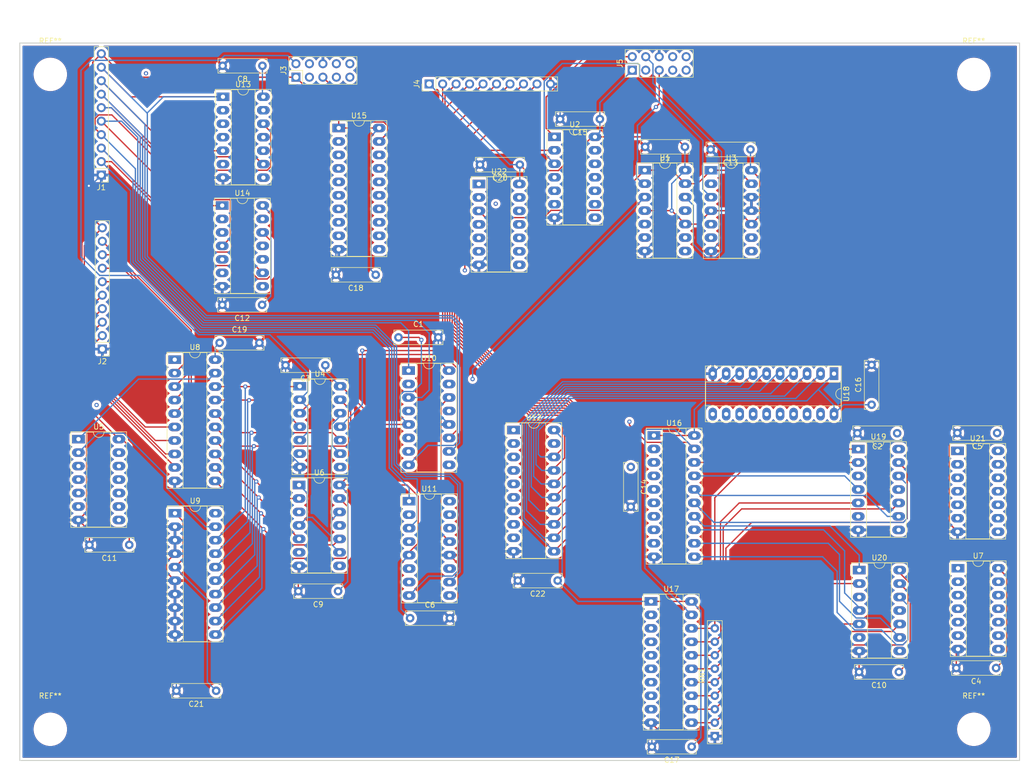
<source format=kicad_pcb>
(kicad_pcb (version 20211014) (generator pcbnew)
  (layers (0 "F.Cu" signal) (1 "In1.Cu" signal) (2 "In2.Cu" signal) (31 "B.Cu" signal) (34 "B.Paste" user) (35 "F.Paste" user) (36 "B.SilkS" user "B.Silkscreen") (37 "F.SilkS" user "F.Silkscreen") (38 "B.Mask" user) (39 "F.Mask" user) (44 "Edge.Cuts" user))
  (net 0 "")
  (net 1 "GND")
  (net 2 "/Adder/RD_{7}")
  (net 3 "/Adder/RD_{6}")
  (net 4 "/Adder/RD_{5}")
  (net 5 "/Adder/RD_{4}")
  (net 6 "/Adder/RD_{3}")
  (net 7 "/Adder/RD_{2}")
  (net 8 "/Adder/RD_{1}")
  (net 9 "/Adder/RD_{0}")
  (net 10 "VCC")
  (net 11 "/Adder/RS_{7}")
  (net 12 "/Adder/RS_{6}")
  (net 13 "/Adder/RS_{5}")
  (net 14 "/Adder/RS_{4}")
  (net 15 "/Adder/RS_{3}")
  (net 16 "/Adder/RS_{2}")
  (net 17 "/Adder/RS_{1}")
  (net 18 "/Adder/RS_{0}")
  (net 19 "/Adder/SUB")
  (net 20 "/CLK")
  (net 21 "/NAND/~{NAND}")
  (net 22 "/Compare/~{CMP}")
  (net 23 "/Adder/~{RS}{slash}1")
  (net 24 "/Adder/~{Adder}")
  (net 25 "/Adder/Out_{0}")
  (net 26 "/Adder/Out_{2}")
  (net 27 "/Adder/Out_{3}")
  (net 28 "/Adder/Out_{4}")
  (net 29 "/Adder/Out_{5}")
  (net 30 "/Adder/Out_{6}")
  (net 31 "/Adder/Out_{7}")
  (net 32 "Net-(J5-Pad2)")
  (net 33 "Net-(J5-Pad3)")
  (net 34 "Net-(J5-Pad4)")
  (net 35 "Net-(J5-Pad5)")
  (net 36 "Net-(J5-Pad7)")
  (net 37 "Net-(J5-Pad8)")
  (net 38 "Net-(J5-Pad9)")
  (net 39 "Net-(J5-Pad10)")
  (net 40 "Net-(RN1-Pad2)")
  (net 41 "Net-(RN1-Pad3)")
  (net 42 "Net-(RN1-Pad4)")
  (net 43 "Net-(RN1-Pad5)")
  (net 44 "Net-(RN1-Pad6)")
  (net 45 "Net-(RN1-Pad7)")
  (net 46 "Net-(RN1-Pad8)")
  (net 47 "Net-(RN1-Pad9)")
  (net 48 "/Adder/C_{Out}")
  (net 51 "/Adder/C_{Flag}")
  (net 52 "/Compare/RD != RS")
  (net 53 "Net-(U2-Pad3)")
  (net 54 "/Compare/RD == RS")
  (net 55 "Net-(U2-Pad6)")
  (net 64 "Net-(U4-Pad1)")
  (net 65 "Net-(U10-Pad16)")
  (net 66 "Net-(U4-Pad4)")
  (net 67 "Net-(U10-Pad4)")
  (net 68 "Net-(U10-Pad7)")
  (net 69 "Net-(U4-Pad10)")
  (net 70 "Net-(U10-Pad11)")
  (net 71 "Net-(U4-Pad13)")
  (net 72 "Net-(U5-Pad2)")
  (net 73 "Net-(U18-Pad19)")
  (net 80 "Net-(U6-Pad2)")
  (net 81 "Net-(U11-Pad16)")
  (net 82 "Net-(U6-Pad5)")
  (net 83 "Net-(U11-Pad4)")
  (net 84 "Net-(U11-Pad7)")
  (net 85 "Net-(U6-Pad10)")
  (net 86 "Net-(U11-Pad11)")
  (net 87 "Net-(U6-Pad13)")
  (net 88 "Net-(U19-Pad3)")
  (net 89 "Net-(U19-Pad6)")
  (net 90 "Net-(U21-Pad1)")
  (net 91 "Net-(U19-Pad8)")
  (net 92 "Net-(U19-Pad11)")
  (net 93 "Net-(U21-Pad2)")
  (net 94 "Net-(U21-Pad4)")
  (net 95 "Net-(U20-Pad3)")
  (net 96 "Net-(U20-Pad6)")
  (net 97 "Net-(U10-Pad2)")
  (net 98 "Net-(U10-Pad6)")
  (net 99 "Net-(U10-Pad9)")
  (net 100 "Net-(U10-Pad15)")
  (net 101 "Net-(U11-Pad2)")
  (net 102 "Net-(U11-Pad6)")
  (net 103 "Net-(U11-Pad9)")
  (net 104 "Net-(U11-Pad15)")
  (net 105 "/Adder/Out_{1}")
  (net 106 "Net-(U13-Pad3)")
  (net 107 "Net-(U13-Pad6)")
  (net 108 "Net-(U13-Pad8)")
  (net 109 "Net-(U13-Pad11)")
  (net 110 "Net-(U14-Pad3)")
  (net 111 "Net-(U14-Pad6)")
  (net 112 "Net-(U14-Pad8)")
  (net 113 "Net-(U14-Pad11)")
  (net 114 "Net-(U16-Pad11)")
  (net 115 "Net-(U16-Pad12)")
  (net 116 "Net-(U16-Pad13)")
  (net 117 "Net-(U16-Pad14)")
  (net 118 "Net-(U16-Pad15)")
  (net 119 "Net-(U16-Pad16)")
  (net 120 "Net-(U16-Pad17)")
  (net 121 "Net-(U16-Pad18)")
  (net 122 "Net-(U20-Pad8)")
  (net 123 "Net-(U20-Pad11)")
  (net 124 "Net-(U21-Pad3)")
  (net 125 "Net-(U21-Pad11)")
  (net 126 "Net-(U21-Pad10)")
  (net 127 "Net-(J3-Pad3)")
  (net 129 "Net-(J3-Pad7)")
  (footprint "Package_DIP:DIP-20_W7.62mm_Socket_LongPads" (layer "F.Cu") (at 86.23 35.91)
    (fp_text reference "U15")
    (fp_text value "74LS245")
  )
  (footprint "Package_DIP:DIP-14_W7.62mm_Socket_LongPads" (layer "F.Cu") (at 126.9 37.58)
    (fp_text reference "U2")
    (fp_text value "74LS32")
  )
  (footprint "Package_DIP:DIP-20_W7.62mm_Socket_LongPads" (layer "F.Cu") (at 145.09 125.13)
    (fp_text reference "U17")
    (fp_text value "74LS245")
  )
  (footprint "Package_DIP:DIP-14_W7.62mm_Socket_LongPads" (layer "F.Cu") (at 78.76 103.195)
    (fp_text reference "U6")
    (fp_text value "74LS86")
  )
  (footprint "Package_DIP:DIP-14_W7.62mm_Socket_LongPads" (layer "F.Cu") (at 202.94 118.88)
    (fp_text reference "U7")
    (fp_text value "74LS32")
  )
  (footprint "Capacitor_THT:C_Rect_L9.0mm_W2.5mm_P7.50mm_MKT" (layer "F.Cu") (at 210.32 93.395 180)
    (fp_text reference "C5")
    (fp_text value "C")
  )
  (footprint "Package_DIP:DIP-14_W7.62mm_Socket_LongPads" (layer "F.Cu") (at 202.86 96.76)
    (fp_text reference "U21")
    (fp_text value "74LS32")
  )
  (footprint "Capacitor_THT:C_Rect_L9.0mm_W2.5mm_P7.50mm_MKT" (layer "F.Cu") (at 63.78 76.395)
    (fp_text reference "C19")
    (fp_text value "C")
  )
  (footprint "Capacitor_THT:C_Rect_L9.0mm_W2.5mm_P7.50mm_MKT" (layer "F.Cu") (at 93.2 63.575 180)
    (fp_text reference "C18")
    (fp_text value "C")
  )
  (footprint "Capacitor_THT:C_Rect_L9.0mm_W2.5mm_P7.50mm_MKT" (layer "F.Cu") (at 97.49 75.375)
    (fp_text reference "C1")
    (fp_text value "C")
  )
  (footprint "Capacitor_THT:C_Rect_L9.0mm_W2.5mm_P7.50mm_MKT" (layer "F.Cu") (at 120.36 42.815 180)
    (fp_text reference "C20")
    (fp_text value "C")
  )
  (footprint "Capacitor_THT:C_Rect_L9.0mm_W2.5mm_P7.50mm_MKT" (layer "F.Cu") (at 152.75 152.515 180)
    (fp_text reference "C17")
    (fp_text value "C")
  )
  (footprint "Capacitor_THT:C_Rect_L9.0mm_W2.5mm_P7.50mm_MKT" (layer "F.Cu") (at 135.45 34.225 180)
    (fp_text reference "C15")
    (fp_text value "C")
  )
  (footprint "Package_DIP:DIP-20_W7.62mm_Socket_LongPads" (layer "F.Cu") (at 145.63 93.86)
    (fp_text reference "U16")
    (fp_text value "74LS245")
  )
  (footprint "Package_DIP:DIP-20_W7.62mm_Socket_LongPads" (layer "F.Cu") (at 119.19 92.83)
    (fp_text reference "U12")
    (fp_text value "74LS245")
  )
  (footprint "Package_DIP:DIP-20_W7.62mm_Socket_LongPads" (layer "F.Cu") (at 55.37 108.515)
    (fp_text reference "U9")
    (fp_text value "74LS245")
  )
  (footprint "Package_DIP:DIP-20_W7.62mm_Socket_LongPads" (layer "F.Cu") (at 55.32 79.565)
    (fp_text reference "U8")
    (fp_text value "74LS245")
  )
  (footprint "Capacitor_THT:C_Rect_L9.0mm_W2.5mm_P7.50mm_MKT" (layer "F.Cu") (at 127.49 121.205 180)
    (fp_text reference "C22")
    (fp_text value "C")
  )
  (footprint "Connector_PinHeader_2.54mm:PinHeader_1x10_P2.54mm_Vertical" (layer "F.Cu") (at 103.275 27.61 90)
    (fp_text reference "J4")
    (fp_text value "Conn_01x10")
  )
  (footprint "Package_DIP:DIP-14_W7.62mm_Socket_LongPads" (layer "F.Cu") (at 112.64 46.46)
    (fp_text reference "U22")
    (fp_text value "74LS08")
  )
  (footprint "Capacitor_THT:C_Rect_L9.0mm_W2.5mm_P7.50mm_MKT" (layer "F.Cu") (at 191.8 138.425 180)
    (fp_text reference "C10")
    (fp_text value "C")
  )
  (footprint "MountingHole:MountingHole_5.3mm_M5" (layer "F.Cu") (at 31.873206 149.23)
    (fp_text reference "REF**")
    (fp_text value "MountingHole_5.3mm_M5")
  )
  (footprint "Capacitor_THT:C_Rect_L9.0mm_W2.5mm_P7.50mm_MKT" (layer "F.Cu") (at 83.71 80.615 180)
    (fp_text reference "C3")
    (fp_text value "C")
  )
  (footprint "MountingHole:MountingHole_5.3mm_M5" (layer "F.Cu") (at 205.92 25.81)
    (fp_text reference "REF**")
    (fp_text value "MountingHole_5.3mm_M5")
  )
  (footprint "Package_DIP:DIP-16_W7.62mm_Socket_LongPads" (layer "F.Cu") (at 99.4 81.625)
    (fp_text reference "U10")
    (fp_text value "74LS83")
  )
  (footprint "Capacitor_THT:C_Rect_L9.0mm_W2.5mm_P7.50mm_MKT" (layer "F.Cu") (at 191.48 93.435 180)
    (fp_text reference "C2")
    (fp_text value "C")
  )
  (footprint "Package_DIP:DIP-16_W7.62mm_Socket_LongPads" (layer "F.Cu") (at 99.5 106.245)
    (fp_text reference "U11")
    (fp_text value "74LS83")
  )
  (footprint "Capacitor_THT:C_Rect_L9.0mm_W2.5mm_P7.50mm_MKT" (layer "F.Cu") (at 63.13 141.975 180)
    (fp_text reference "C21")
    (fp_text value "C")
  )
  (footprint "Capacitor_THT:C_Rect_L9.0mm_W2.5mm_P7.50mm_MKT" (layer "F.Cu") (at 186.66 88.065 90)
    (fp_text reference "C16")
    (fp_text value "C")
  )
  (footprint "Package_DIP:DIP-20_W7.62mm_Socket_LongPads" (layer "F.Cu") (at 179.575 82.215 -90)
    (fp_text reference "U18")
    (fp_text value "74LS245")
  )
  (footprint "Connector_PinHeader_2.54mm:PinHeader_2x05_P2.54mm_Vertical" (layer "F.Cu") (at 141.55 25.015 90)
    (fp_text reference "J5")
    (fp_text value "Conn_02x05_Counter_Clockwise")
  )
  (footprint "Package_DIP:DIP-14_W7.62mm_Socket_LongPads" (layer "F.Cu") (at 156.39 43.875)
    (fp_text reference "U3")
    (fp_text value "74LS113")
  )
  (footprint "Capacitor_THT:C_Rect_L9.0mm_W2.5mm_P7.50mm_MKT" (layer "F.Cu") (at 71.79 69.245 180)
    (fp_text reference "C12")
    (fp_text value "C")
  )
  (footprint "Connector_PinHeader_2.54mm:PinHeader_1x10_P2.54mm_Vertical" (layer "F.Cu") (at 41.675 77.58 180)
    (fp_text reference "J2")
    (fp_text value "Conn_01x10")
  )
  (footprint "Package_DIP:DIP-14_W7.62mm_Socket_LongPads" (layer "F.Cu") (at 143.90548 43.85952)
    (fp_text reference "U1")
    (fp_text value "74LS113")
  )
  (footprint "Package_DIP:DIP-14_W7.62mm_Socket_LongPads" (layer "F.Cu") (at 64.41 30.025)
    (fp_text reference "U13")
    (fp_text value "74LS00")
  )
  (footprint "Package_DIP:DIP-14_W7.62mm_Socket_LongPads" (layer "F.Cu") (at 184.33 119.23)
    (fp_text reference "U20")
    (fp_text value "74LS86")
  )
  (footprint "Capacitor_THT:C_Rect_L9.0mm_W2.5mm_P7.50mm_MKT" (layer "F.Cu") (at 46.75 114.475 180)
    (fp_text reference "C11")
    (fp_text value "C")
  )
  (footprint "Capacitor_THT:C_Rect_L9.0mm_W2.5mm_P7.50mm_MKT" (layer "F.Cu") (at 86.11 123.205 180)
    (fp_text reference "C9")
    (fp_text value "C")
  )
  (footprint "MountingHole:MountingHole_5.3mm_M5" (layer "F.Cu") (at 205.92 149.23)
    (fp_text reference "REF**")
    (fp_text value "MountingHole_5.3mm_M5")
  )
  (footprint "Capacitor_THT:C_Rect_L9.0mm_W2.5mm_P7.50mm_MKT" (layer "F.Cu") (at 163.83 39.95 180)
    (fp_text reference "C13")
    (fp_text value "C")
  )
  (footprint "Capacitor_THT:C_Rect_L9.0mm_W2.5mm_P7.50mm_MKT" (layer "F.Cu") (at 71.85 24.185 180)
    (fp_text reference "C8")
    (fp_text value "C")
  )
  (footprint "Capacitor_THT:C_Rect_L9.0mm_W2.5mm_P7.50mm_MKT" (layer "F.Cu") (at 141.28 99.785 -90)
    (fp_text reference "C14")
    (fp_text value "C")
  )
  (footprint "Package_DIP:DIP-14_W7.62mm_Socket_LongPads" (layer "F.Cu") (at 37.18 94.55)
    (fp_text reference "U5")
    (fp_text value "74LS04")
  )
  (footprint "Connector_PinHeader_2.54mm:PinHeader_1x10_P2.54mm_Vertical" (layer "F.Cu") (at 41.485 44.78 180)
    (fp_text reference "J1")
    (fp_text value "Conn_01x10")
  )
  (footprint "Capacitor_THT:C_Rect_L9.0mm_W2.5mm_P7.50mm_MKT" (layer "F.Cu") (at 210.12 137.685 180)
    (fp_text reference "C4")
    (fp_text value "C")
  )
  (footprint "MountingHole:MountingHole_5.3mm_M5" (layer "F.Cu") (at 31.873206 25.81)
    (fp_text reference "REF**")
    (fp_text value "MountingHole_5.3mm_M5")
  )
  (footprint "Package_DIP:DIP-14_W7.62mm_Socket_LongPads" (layer "F.Cu") (at 64.27 50.515)
    (fp_text reference "U14")
    (fp_text value "74LS00")
  )
  (footprint "Capacitor_THT:C_Rect_L9.0mm_W2.5mm_P7.50mm_MKT" (layer "F.Cu") (at 151.47548 39.46452 180)
    (fp_text reference "C7")
    (fp_text value "C")
  )
  (footprint "Capacitor_THT:C_Rect_L9.0mm_W2.5mm_P7.50mm_MKT" (layer "F.Cu") (at 99.68 128.285)
    (fp_text reference "C6")
    (fp_text value "C")
  )
  (footprint "Package_DIP:DIP-14_W7.62mm_Socket_LongPads" (layer "F.Cu") (at 78.88 84.58)
    (fp_text reference "U4")
    (fp_text value "74LS86")
  )
  (footprint "Resistor_THT:R_Array_SIP9" (layer "F.Cu") (at 157.11 150.525 90)
    (fp_text reference "RN1")
    (fp_text value "R_Network08")
  )
  (footprint "Connector_PinHeader_2.54mm:PinHeader_2x05_P2.54mm_Vertical" (layer "F.Cu") (at 78.165 26.335 90)
    (fp_text reference "J3")
    (fp_text value "Conn_02x05_Counter_Clockwise")
  )
  (footprint "Package_DIP:DIP-14_W7.62mm_Socket_LongPads" (layer "F.Cu") (at 184.14 96.42)
    (fp_text reference "U19")
    (fp_text value "74LS86")
  )
  (gr_rect (start 26.12 19.9) (end 214.54 155.11) (layer "Edge.Cuts") (width 0.2) (fill none))
  (segment (start 147.625 150.525) (end 145.09 147.99) (width 0.25) (layer "F.Cu") (net 1))
  (segment (start 53.84548 117.65952) (end 53.84548 119.69048) (width 0.25) (layer "F.Cu") (net 1))
  (segment (start 78.61 118.585) (end 78.76 118.435) (width 0.25) (layer "F.Cu") (net 1))
  (segment (start 201.33548 94.87952) (end 201.33548 110.47548) (width 0.25) (layer "F.Cu") (net 1))
  (segment (start 184.3 138.425) (end 184.3 134.5) (width 0.25) (layer "F.Cu") (net 1))
  (segment (start 201.33548 110.47548) (end 202.86 112) (width 0.25) (layer "F.Cu") (net 1))
  (segment (start 108.64452 117.92952) (end 108.64452 126.82048) (width 0.25) (layer "F.Cu") (net 1))
  (segment (start 39.25 111.86) (end 37.18 109.79) (width 0.25) (layer "F.Cu") (net 1))
  (segment (start 38.704511 108.265489) (end 38.704511 89.090229) (width 0.25) (layer "F.Cu") (net 1))
  (segment (start 107.12 116.405) (end 108.64452 117.92952) (width 0.25) (layer "F.Cu") (net 1))
  (segment (start 108.64452 126.82048) (end 107.18 128.285) (width 0.25) (layer "F.Cu") (net 1))
  (segment (start 37.84096 88.226678) (end 37.84096 48.100509) (width 0.25) (layer "F.Cu") (net 1))
  (segment (start 55.37 111.055) (end 55.37 116.135) (width 0.25) (layer "F.Cu") (net 1))
  (segment (start 38.704511 89.090229) (end 37.84096 88.226678) (width 0.25) (layer "F.Cu") (net 1))
  (segment (start 55.37 116.135) (end 53.84548 117.65952) (width 0.25) (layer "F.Cu") (net 1))
  (segment (start 53.84548 119.69048) (end 55.37 121.215) (width 0.25) (layer "F.Cu") (net 1))
  (segment (start 184.3 134.5) (end 184.33 134.47) (width 0.25) (layer "F.Cu") (net 1))
  (segment (start 55.37 121.215) (end 55.37 131.375) (width 0.25) (layer "F.Cu") (net 1))
  (segment (start 202.62 137.685) (end 202.62 134.44) (width 0.25) (layer "F.Cu") (net 1))
  (segment (start 37.84096 48.100509) (end 39.136469 46.805) (width 0.25) (layer "F.Cu") (net 1))
  (segment (start 78.61 123.205) (end 78.61 118.585) (width 0.25) (layer "F.Cu") (net 1))
  (segment (start 202.82 93.395) (end 201.33548 94.87952) (width 0.25) (layer "F.Cu") (net 1))
  (segment (start 157.11 150.525) (end 147.625 150.525) (width 0.25) (layer "F.Cu") (net 1))
  (segment (start 202.62 134.44) (end 202.94 134.12) (width 0.25) (layer "F.Cu") (net 1))
  (segment (start 37.18 109.79) (end 38.704511 108.265489) (width 0.25) (layer "F.Cu") (net 1))
  (segment (start 39.25 114.475) (end 39.25 111.86) (width 0.25) (layer "F.Cu") (net 1))
  (via (at 39.136469 46.805) (size 0.8) (drill 0.4) (layers "F.Cu" "B.Cu") (net 1))
  (segment (start 127.95 34.225) (end 127.95 29.425) (width 0.25) (layer "B.Cu") (net 1))
  (segment (start 104.99 75.375) (end 104.99 89.755) (width 0.25) (layer "B.Cu") (net 1))
  (segment (start 127.95 34.225) (end 128.749999 35.024999) (width 0.25) (layer "B.Cu") (net 1))
  (segment (start 114.16452 44.11952) (end 114.16452 60.17548) (width 0.25) (layer "B.Cu") (net 1))
  (segment (start 39.136469 46.805) (end 39.46 46.805) (width 0.25) (layer "B.Cu") (net 1))
  (segment (start 145.25 148.15) (end 145.09 147.99) (width 0.25) (layer "B.Cu") (net 1))
  (segment (start 64.29 65.775) (end 64.27 65.755) (width 0.25) (layer "B.Cu") (net 1))
  (segment (start 145.25 152.515) (end 145.25 148.15) (width 0.25) (layer "B.Cu") (net 1))
  (segment (start 156.33 39.95) (end 157.91452 41.53452) (width 0.25) (layer "B.Cu") (net 1))
  (segment (start 157.91452 41.53452) (end 157.91452 57.59048) (width 0.25) (layer "B.Cu") (net 1))
  (segment (start 55.63 131.635) (end 55.37 131.375) (width 0.25) (layer "B.Cu") (net 1))
  (segment (start 145.43 40.91904) (end 145.43 57.575) (width 0.25) (layer "B.Cu") (net 1))
  (segment (start 186.66 80.565) (end 158.365 80.565) (width 0.25) (layer "B.Cu") (net 1))
  (segment (start 157.91452 57.59048) (end 156.39 59.115) (width 0.25) (layer "B.Cu") (net 1))
  (segment (start 145.43 57.575) (end 143.90548 59.09952) (width 0.25) (layer "B.Cu") (net 1))
  (segment (start 65.76 45.265) (end 64.41 45.265) (width 0.25) (layer "B.Cu") (net 1))
  (segment (start 128.749999 50.970001) (end 126.9 52.82) (width 0.25) (layer "B.Cu") (net 1))
  (segment (start 158.365 80.565) (end 156.715 82.215) (width 0.25) (layer "B.Cu") (net 1))
  (segment (start 78.88 99.270311) (end 78.88 99.82) (width 0.25) (layer "B.Cu") (net 1))
  (segment (start 39.46 46.805) (end 41.485 44.78) (width 0.25) (layer "B.Cu") (net 1))
  (segment (start 143.97548 39.46452) (end 145.43 40.91904) (width 0.25) (layer "B.Cu") (net 1))
  (segment (start 119.19 115.69) (end 119.190001 120.405001) (width 0.25) (layer "B.Cu") (net 1))
  (segment (start 127.95 29.425) (end 126.135 27.61) (width 0.25) (layer "B.Cu") (net 1))
  (segment (start 76.21 80.615) (end 76.21 96.600311) (width 0.25) (layer "B.Cu") (net 1))
  (segment (start 55.63 141.975) (end 55.63 131.635) (width 0.25) (layer "B.Cu") (net 1))
  (segment (start 64.29 69.245) (end 64.29 65.775) (width 0.25) (layer "B.Cu") (net 1))
  (segment (start 114.16452 60.17548) (end 112.64 61.7) (width 0.25) (layer "B.Cu") (net 1))
  (segment (start 76.21 96.600311) (end 78.88 99.270311) (width 0.25) (layer "B.Cu") (net 1))
  (segment (start 66.49 44.535) (end 65.76 45.265) (width 0.25) (layer "B.Cu") (net 1))
  (segment (start 66.49 26.325) (end 66.49 44.535) (width 0.25) (layer "B.Cu") (net 1))
  (segment (start 119.190001 120.405001) (end 119.99 121.205) (width 0.25) (layer "B.Cu") (net 1))
  (segment (start 85.7 59.3) (end 86.23 58.77) (width 0.25) (layer "B.Cu") (net 1))
  (segment (start 112.86 42.815) (end 114.16452 44.11952) (width 0.25) (layer "B.Cu") (net 1))
  (segment (start 104.99 89.755) (end 107.02 91.785) (width 0.25) (layer "B.Cu") (net 1))
  (segment (start 85.7 63.575) (end 85.7 59.3) (width 0.25) (layer "B.Cu") (net 1))
  (segment (start 64.35 24.185) (end 66.49 26.325) (width 0.25) (layer "B.Cu") (net 1))
  (segment (start 128.749999 35.024999) (end 128.749999 50.970001) (width 0.25) (layer "B.Cu") (net 1))
  (segment (start 62.98 61.830718) (end 68.490407 61.830718) (width 0.25) (layer "F.Cu") (net 2))
  (segment (start 73.41452 63.705791) (end 73.41452 57.14452) (width 0.25) (layer "F.Cu") (net 2))
  (segment (start 41.485 42.24) (end 43.389282 42.24) (width 0.25) (layer "F.Cu") (net 2))
  (segment (start 72.755791 64.36452) (end 73.41452 63.705791) (width 0.25) (layer "F.Cu") (net 2))
  (segment (start 43.389282 42.24) (end 62.98 61.830718) (width 0.25) (layer "F.Cu") (net 2))
  (segment (start 71.024209 64.36452) (end 72.755791 64.36452) (width 0.25) (layer "F.Cu") (net 2))
  (segment (start 68.490407 61.830718) (end 71.024209 64.36452) (width 0.25) (layer "F.Cu") (net 2))
  (segment (start 73.41452 57.14452) (end 71.89 55.62) (width 0.25) (layer "F.Cu") (net 2))
  (segment (start 99.5 103.740718) (end 95.752141 99.992859) (width 0.25) (layer "B.Cu") (net 2))
  (segment (start 47.01336 61.39838) (end 60.02662 74.41164) (width 0.25) (layer "B.Cu") (net 2))
  (segment (start 95.752141 77.562859) (end 95.752141 99.992859) (width 0.25) (layer "B.Cu") (net 2))
  (segment (start 47.01336 47.76836) (end 47.01336 61.39838) (width 0.25) (layer "B.Cu") (net 2))
  (segment (start 41.485 42.24) (end 47.01336 47.76836) (width 0.25) (layer "B.Cu") (net 2))
  (segment (start 60.02662 74.41164) (end 92.600922 74.41164) (width 0.25) (layer "B.Cu") (net 2))
  (segment (start 92.600922 74.41164) (end 95.752141 77.562859) (width 0.25) (layer "B.Cu") (net 2))
  (segment (start 99.5 106.245) (end 99.5 103.740718) (width 0.25) (layer "B.Cu") (net 2))
  (segment (start 67.93452 59.28452) (end 71.89 63.24) (width 0.25) (layer "F.Cu") (net 3))
  (segment (start 41.485 39.7) (end 61.06952 59.28452) (width 0.25) (layer "F.Cu") (net 3))
  (segment (start 61.06952 59.28452) (end 67.93452 59.28452) (width 0.25) (layer "F.Cu") (net 3))
  (segment (start 47.46288 45.67788) (end 41.485 39.7) (width 0.25) (layer "B.Cu") (net 3))
  (segment (start 101.02452 102.09952) (end 101.02452 109.80048) (width 0.25) (layer "B.Cu") (net 3))
  (segment (start 47.46288 61.212182) (end 47.46288 45.67788) (width 0.25) (layer "B.Cu") (net 3))
  (segment (start 96.23096 77.40596) (end 92.78712 73.96212) (width 0.25) (layer "B.Cu") (net 3))
  (segment (start 98.49 102.025) (end 100.95 102.025) (width 0.25) (layer "B.Cu") (net 3))
  (segment (start 96.23096 99.76596) (end 96.23096 77.40596) (width 0.25) (layer "B.Cu") (net 3))
  (segment (start 92.78712 73.96212) (end 60.212818 73.96212) (width 0.25) (layer "B.Cu") (net 3))
  (segment (start 100.95 102.025) (end 101.02452 102.09952) (width 0.25) (layer "B.Cu") (net 3))
  (segment (start 60.212818 73.96212) (end 47.46288 61.212182) (width 0.25) (layer "B.Cu") (net 3))
  (segment (start 101.02452 109.80048) (end 99.5 111.325) (width 0.25) (layer "B.Cu") (net 3))
  (segment (start 96.23096 99.76596) (end 98.49 102.025) (width 0.25) (layer "B.Cu") (net 3))
  (segment (start 41.485 37.16) (end 40.310489 35.985489) (width 0.25) (layer "F.Cu") (net 4))
  (segment (start 43.470489 33.445489) (end 59.440489 49.415489) (width 0.25) (layer "F.Cu") (net 4))
  (segment (start 40.998501 33.445489) (end 43.470489 33.445489) (width 0.25) (layer "F.Cu") (net 4))
  (segment (start 59.440489 49.415489) (end 65.794511 49.415489) (width 0.25) (layer "F.Cu") (net 4))
  (segment (start 40.310489 35.985489) (end 40.310489 34.133501) (width 0.25) (layer "F.Cu") (net 4))
  (segment (start 65.794511 56.635489) (end 64.27 58.16) (width 0.25) (layer "F.Cu") (net 4))
  (segment (start 65.794511 49.415489) (end 65.794511 56.635489) (width 0.25) (layer "F.Cu") (net 4))
  (segment (start 40.310489 34.133501) (end 40.998501 33.445489) (width 0.25) (layer "F.Cu") (net 4))
  (segment (start 93.001882 73.5126) (end 96.68048 77.191198) (width 0.25) (layer "B.Cu") (net 4))
  (segment (start 108.52 103.00404) (end 107.09048 101.57452) (width 0.25) (layer "B.Cu") (net 4))
  (segment (start 108.64452 119.410791) (end 107.694831 120.36048) (width 0.25) (layer "B.Cu") (net 4))
  (segment (start 108.64452 103.142842) (end 108.64452 119.410791) (width 0.25) (layer "B.Cu") (net 4))
  (segment (start 47.9124 61.025985) (end 60.399015 73.5126) (width 0.25) (layer "B.Cu") (net 4))
  (segment (start 107.694831 120.36048) (end 103.16452 120.36048) (width 0.25) (layer "B.Cu") (net 4))
  (segment (start 108.52 103.018322) (end 108.64452 103.142842) (width 0.25) (layer "B.Cu") (net 4))
  (segment (start 98.943492 101.57452) (end 107.09048 101.57452) (width 0.25) (layer "B.Cu") (net 4))
  (segment (start 47.9124 43.5874) (end 47.9124 61.025985) (width 0.25) (layer "B.Cu") (net 4))
  (segment (start 96.68048 77.191198) (end 96.68048 99.311508) (width 0.25) (layer "B.Cu") (net 4))
  (segment (start 103.16452 120.36048) (end 99.5 124.025) (width 0.25) (layer "B.Cu") (net 4))
  (segment (start 108.52 103.018322) (end 108.52 103.00404) (width 0.25) (layer "B.Cu") (net 4))
  (segment (start 96.68048 99.311508) (end 98.943492 101.57452) (width 0.25) (layer "B.Cu") (net 4))
  (segment (start 60.399015 73.5126) (end 93.001882 73.5126) (width 0.25) (layer "B.Cu") (net 4))
  (segment (start 41.485 37.16) (end 47.9124 43.5874) (width 0.25) (layer "B.Cu") (net 4))
  (segment (start 41.485 34.62) (end 57.405 50.54) (width 0.25) (layer "F.Cu") (net 5))
  (segment (start 57.405 50.54) (end 64.27 50.54) (width 0.25) (layer "F.Cu") (net 5))
  (segment (start 48.36192 37.688356) (end 48.36192 60.839788) (width 0.25) (layer "B.Cu") (net 5))
  (segment (start 97.13 99.12531) (end 99.12969 101.125) (width 0.25) (layer "B.Cu") (net 5))
  (segment (start 41.485 34.62) (end 45.293564 34.62) (width 0.25) (layer "B.Cu") (net 5))
  (segment (start 109.09404 119.596989) (end 107.206029 121.485) (width 0.25) (layer "B.Cu") (net 5))
  (segment (start 107.206029 121.485) (end 107.12 121.485) (width 0.25) (layer "B.Cu") (net 5))
  (segment (start 97.13 77.005) (end 97.13 99.12531) (width 0.25) (layer "B.Cu") (net 5))
  (segment (start 48.36192 60.839788) (end 60.585212 73.06308) (width 0.25) (layer "B.Cu") (net 5))
  (segment (start 45.293564 34.62) (end 48.36192 37.688356) (width 0.25) (layer "B.Cu") (net 5))
  (segment (start 60.585212 73.06308) (end 93.18808 73.06308) (width 0.25) (layer "B.Cu") (net 5))
  (segment (start 107.276678 101.125) (end 109.09404 102.942362) (width 0.25) (layer "B.Cu") (net 5))
  (segment (start 99.12969 101.125) (end 107.276678 101.125) (width 0.25) (layer "B.Cu") (net 5))
  (segment (start 109.09404 102.942362) (end 109.09404 119.596989) (width 0.25) (layer "B.Cu") (net 5))
  (segment (start 93.18808 73.06308) (end 97.13 77.005) (width 0.25) (layer "B.Cu") (net 5))
  (segment (start 73.41452 36.64452) (end 71.89 35.12) (width 0.25) (layer "F.Cu") (net 6))
  (segment (start 73.41452 43.205791) (end 73.41452 36.64452) (width 0.25) (layer "F.Cu") (net 6))
  (segment (start 41.485 32.08) (end 43.345 32.08) (width 0.25) (layer "F.Cu") (net 6))
  (segment (start 72.755791 43.86452) (end 73.41452 43.205791) (width 0.25) (layer "F.Cu") (net 6))
  (segment (start 55.12952 43.86452) (end 72.755791 43.86452) (width 0.25) (layer "F.Cu") (net 6))
  (segment (start 43.345 32.08) (end 55.12952 43.86452) (width 0.25) (layer "F.Cu") (net 6))
  (segment (start 43.389282 32.08) (end 48.81144 37.502158) (width 0.25) (layer "B.Cu") (net 6))
  (segment (start 41.485 32.08) (end 43.389282 32.08) (width 0.25) (layer "B.Cu") (net 6))
  (segment (start 60.771409 72.61356) (end 97.92952 72.61356) (width 0.25) (layer "B.Cu") (net 6))
  (segment (start 48.81144 37.502158) (end 48.81144 60.653591) (width 0.25) (layer "B.Cu") (net 6))
  (segment (start 48.81144 60.653591) (end 60.771409 72.61356) (width 0.25) (layer "B.Cu") (net 6))
  (segment (start 99.4 74.08404) (end 99.4 81.625) (width 0.25) (layer "B.Cu") (net 6))
  (segment (start 97.92952 72.61356) (end 99.4 74.08404) (width 0.25) (layer "B.Cu") (net 6))
  (segment (start 53.26952 41.32452) (end 70.47452 41.32452) (width 0.25) (layer "F.Cu") (net 7))
  (segment (start 41.485 29.54) (end 53.26952 41.32452) (width 0.25) (layer "F.Cu") (net 7))
  (segment (start 70.47452 41.32452) (end 71.89 42.74) (width 0.25) (layer "F.Cu") (net 7))
  (segment (start 49.26096 60.467394) (end 60.957606 72.16404) (width 0.25) (layer "B.Cu") (net 7))
  (segment (start 49.26096 37.31596) (end 49.26096 60.467394) (width 0.25) (layer "B.Cu") (net 7))
  (segment (start 103.28 85.295) (end 101.87 86.705) (width 0.25) (layer "B.Cu") (net 7))
  (segment (start 101.87 86.705) (end 99.4 86.705) (width 0.25) (layer "B.Cu") (net 7))
  (segment (start 60.957606 72.16404) (end 100.81 72.16404) (width 0.25) (layer "B.Cu") (net 7))
  (segment (start 100.81 72.16404) (end 103.28 74.63404) (width 0.25) (layer "B.Cu") (net 7))
  (segment (start 103.28 74.63404) (end 103.28 85.295) (width 0.25) (layer "B.Cu") (net 7))
  (segment (start 41.485 29.54) (end 49.26096 37.31596) (width 0.25) (layer "B.Cu") (net 7))
  (segment (start 41.485 27) (end 54.685 40.2) (width 0.25) (layer "F.Cu") (net 8))
  (segment (start 54.685 40.2) (end 64.27 40.2) (width 0.25) (layer "F.Cu") (net 8))
  (segment (start 107.885791 95.74048) (end 103.06452 95.74048) (width 0.25) (layer "B.Cu") (net 8))
  (segment (start 108.55 72.780718) (end 108.55 95.07627) (width 0.25) (layer "B.Cu") (net 8))
  (segment (start 103.06452 95.74048) (end 99.4 99.405) (width 0.25) (layer "B.Cu") (net 8))
  (segment (start 61.143803 71.71452) (end 107.483802 71.71452) (width 0.25) (layer "B.Cu") (net 8))
  (segment (start 49.71048 35.22548) (end 49.71048 60.281197) (width 0.25) (layer "B.Cu") (net 8))
  (segment (start 49.71048 60.281197) (end 61.143803 71.71452) (width 0.25) (layer "B.Cu") (net 8))
  (segment (start 108.55 95.07627) (end 107.885791 95.74048) (width 0.25) (layer "B.Cu") (net 8))
  (segment (start 41.485 27) (end 49.71048 35.22548) (width 0.25) (layer "B.Cu") (net 8))
  (segment (start 107.483802 71.71452) (end 108.55 72.780718) (width 0.25) (layer "B.Cu") (net 8))
  (segment (start 47.065 30.04) (end 64.27 30.04) (width 0.25) (layer "F.Cu") (net 9))
  (segment (start 41.485 24.46) (end 47.065 30.04) (width 0.25) (layer "F.Cu") (net 9))
  (segment (start 108.99952 72.59452) (end 107.67 71.265) (width 0.25) (layer "B.Cu") (net 9))
  (segment (start 50.12 33.095) (end 41.485 24.46) (width 0.25) (layer "B.Cu") (net 9))
  (segment (start 50.16 60.095) (end 50.16 33.135) (width 0.25) (layer "B.Cu") (net 9))
  (segment (start 50.16 33.135) (end 50.12 33.095) (width 0.25) (layer "B.Cu") (net 9))
  (segment (start 107.67 71.265) (end 61.33 71.265) (width 0.25) (layer "B.Cu") (net 9))
  (segment (start 61.33 71.265) (end 50.16 60.095) (width 0.25) (layer "B.Cu") (net 9))
  (segment (start 107.02 96.865) (end 107.396988 96.865) (width 0.25) (layer "B.Cu") (net 9))
  (segment (start 107.396988 96.865) (end 108.99952 95.262468) (width 0.25) (layer "B.Cu") (net 9))
  (segment (start 64.27 30.04) (end 53.175 30.04) (width 0.25) (layer "B.Cu") (net 9))
  (segment (start 53.175 30.04) (end 50.12 33.095) (width 0.25) (layer "B.Cu") (net 9))
  (segment (start 108.99952 95.262468) (end 108.99952 72.59452) (width 0.25) (layer "B.Cu") (net 9))
  (segment (start 88.47404 95.576678) (end 88.09 95.960718) (width 0.25) (layer "F.Cu") (net 10))
  (segment (start 88.09 101.485) (end 86.38 103.195) (width 0.25) (layer "F.Cu") (net 10))
  (segment (start 101.2 105.295978) (end 101.2 114.155311) (width 0.25) (layer "F.Cu") (net 10))
  (segment (start 143.90548 51.47952) (end 148.98548 51.47952) (width 0.25) (layer "F.Cu") (net 10))
  (segment (start 156.39 51.495) (end 161.47 51.495) (width 0.25) (layer "F.Cu") (net 10))
  (segment (start 93.94 91.785) (end 88.325 86.17) (width 0.25) (layer "F.Cu") (net 10))
  (segment (start 149.59096 37.58) (end 134.52 37.58) (width 0.25) (layer "F.Cu") (net 10))
  (segment (start 56.89452 117.15048) (end 56.89452 110.03952) (width 0.25) (layer "F.Cu") (net 10))
  (segment (start 145.63 93.86) (end 153.25 93.86) (width 0.25) (layer "F.Cu") (net 10))
  (segment (start 210.56 118.88) (end 212.08452 120.40452) (width 0.25) (layer "F.Cu") (net 10))
  (segment (start 145.09 125.13) (end 152.71 125.13) (width 0.25) (layer "F.Cu") (net 10))
  (segment (start 97.49 75.375) (end 101.34 75.375) (width 0.25) (layer "F.Cu") (net 10))
  (segment (start 39.860969 23.544031) (end 39.860969 52.905969) (width 0.25) (layer "F.Cu") (net 10))
  (segment (start 120.36 42.815) (end 121.48 43.935) (width 0.25) (layer "F.Cu") (net 10))
  (segment (start 86.23 34.4) (end 78.165 26.335) (width 0.25) (layer "F.Cu") (net 10))
  (segment (start 99.5 115.855311) (end 99.5 116.405) (width 0.25) (layer "F.Cu") (net 10))
  (segment (start 88.47404 86.31904) (end 88.47404 95.576678) (width 0.25) (layer "F.Cu") (net 10))
  (segment (start 121.48 43.935) (end 127.615311 43.935) (width 0.25) (layer "F.Cu") (net 10))
  (segment (start 165.53452 45.39952) (end 164.01 43.875) (width 0.25) (layer "F.Cu") (net 10))
  (segment (start 88.325 86.17) (end 88.47404 86.31904) (width 0.25) (layer "F.Cu") (net 10))
  (segment (start 86.38 103.195) (end 99.099022 103.195) (width 0.25) (layer "F.Cu") (net 10))
  (segment (start 93.85 35.91) (end 86.23 35.91) (width 0.25) (layer "F.Cu") (net 10))
  (segment (start 86.735 84.58) (end 88.325 86.17) (width 0.25) (layer "F.Cu") (net 10))
  (segment (start 86.5 84.58) (end 86.735 84.58) (width 0.25) (layer "F.Cu") (net 10))
  (segment (start 101.34 75.375) (end 101.81 75.845) (width 0.25) (layer "F.Cu") (net 10))
  (segment (start 88.09 95.960718) (end 88.09 101.485) (width 0.25) (layer "F.Cu") (net 10))
  (segment (start 165.53452 52.51048) (end 165.53452 45.39952) (width 0.25) (layer "F.Cu") (net 10))
  (segment (start 41.485 21.92) (end 39.860969 23.544031) (width 0.25) (layer "F.Cu") (net 10))
  (segment (start 191.95 119.779689) (end 191.95 119.23) (width 0.25) (layer "F.Cu") (net 10))
  (segment (start 45.415 94.55) (end 44.8 94.55) (width 0.25) (layer "F.Cu") (net 10))
  (segment (start 38.29048 58.10452) (end 41.675 54.72) (width 0.25) (layer "F.Cu") (net 10))
  (segment (start 78.165 26.335) (end 45.9 26.335) (width 0.25) (layer "F.Cu") (net 10))
  (segment (start 191.8 138.425) (end 193.92404 136.30096) (width 0.25) (layer "F.Cu") (net 10))
  (segment (start 46.75 95.885) (end 45.415 94.55) (width 0.25) (layer "F.Cu") (net 10))
  (segment (start 38.29048 88.04048) (end 38.29048 58.10452) (width 0.25) (layer "F.Cu") (net 10))
  (segment (start 55.37 118.675) (end 56.89452 117.15048) (width 0.25) (layer "F.Cu") (net 10))
  (segment (start 99.4 91.785) (end 93.94 91.785) (width 0.25) (layer "F.Cu") (net 10))
  (segment (start 133.970311 37.58) (end 134.52 37.58) (width 0.25) (layer "F.Cu") (net 10))
  (segment (start 193.92404 136.30096) (end 193.92404 121.753729) (width 0.25) (layer "F.Cu") (net 10))
  (segment (start 153.86548 54.01952) (end 156.39 51.495) (width 0.25) (layer "F.Cu") (net 10))
  (segment (start 161.47 51.495) (end 164.01 54.035) (width 0.25) (layer "F.Cu") (net 10))
  (segment (start 212.08452 120.40452) (end 212.08452 135.72048) (width 0.25) (layer "F.Cu") (net 10))
  (segment (start 151.47548 39.46452) (end 149.59096 37.58) (width 0.25) (layer "F.Cu") (net 10))
  (segment (start 164.01 54.035) (end 165.53452 52.51048) (width 0.25) (layer "F.Cu") (net 10))
  (segment (start 151.52548 54.01952) (end 153.86548 54.01952) (width 0.25) (layer "F.Cu") (net 10))
  (segment (start 212.08452 135.72048) (end 210.12 137.685) (width 0.25) (layer "F.Cu") (net 10))
  (segment (start 39.860969 52.905969) (end 41.675 54.72) (width 0.25) (layer "F.Cu") (net 10))
  (segment (start 44.8 94.55) (end 38.29048 88.04048) (width 0.25) (layer "F.Cu") (net 10))
  (segment (start 101.2 114.155311) (end 99.5 115.855311) (width 0.25) (layer "F.Cu") (net 10))
  (segment (start 148.98548 51.47952) (end 151.52548 54.01952) (width 0.25) (layer "F.Cu") (net 10))
  (segment (start 153.25 93.86) (end 153.5 93.86) (width 0.25) (layer "F.Cu") (net 10))
  (segment (start 127.615311 43.935) (end 133.970311 37.58) (width 0.25) (layer "F.Cu") (net 10))
  (segment (start 99.099022 103.195) (end 101.2 105.295978) (width 0.25) (layer "F.Cu") (net 10))
  (segment (start 193.92404 121.753729) (end 191.95 119.779689) (width 0.25) (layer "F.Cu") (net 10))
  (segment (start 86.23 35.91) (end 86.23 34.4) (width 0.25) (layer "F.Cu") (net 10))
  (segment (start 56.89452 110.03952) (end 55.37 108.515) (width 0.25) (layer "F.Cu") (net 10))
  (segment (start 45.9 26.335) (end 41.485 21.92) (width 0.25) (layer "F.Cu") (net 10))
  (segment (start 46.75 114.475) (end 46.75 95.885) (width 0.25) (layer "F.Cu") (net 10))
  (via (at 148.98548 51.47952) (size 0.8) (drill 0.4) (layers "F.Cu" "B.Cu") (net 10))
  (via (at 101.81 75.845) (size 0.8) (drill 0.4) (layers "F.Cu" "B.Cu") (net 10))
  (segment (start 148.98548 46.39952) (end 148.98548 51.47952) (width 0.25) (layer "B.Cu") (net 10))
  (segment (start 73.41452 67.62048) (end 73.41452 52.03952) (width 0.25) (layer "B.Cu") (net 10))
  (segment (start 100.265791 85.58048) (end 98.48452 85.58048) (width 0.25) (layer "B.Cu") (net 10))
  (segment (start 97.97548 117.92952) (end 99.5 116.405) (width 0.25) (layer "B.Cu") (net 10))
  (segment (start 154.89932 87.33568) (end 174.45432 87.33568) (width 0.25) (layer "B.Cu") (net 10))
  (segment (start 71.85 24.185) (end 71.85 29.845) (width 0.25) (layer "B.Cu") (net 10))
  (segment (start 63.13 141.975) (end 61.46548 140.31048) (width 0.25) (layer "B.Cu") (net 10))
  (segment (start 153.24 91.299689) (end 153.24 88.995) (width 0.25) (layer "B.Cu") (net 10))
  (segment (start 151.52548 43.85952) (end 148.98548 46.39952) (width 0.25) (layer "B.Cu") (net 10))
  (segment (start 71.79 69.245) (end 73.41452 67.62048) (width 0.25) (layer "B.Cu") (net 10))
  (segment (start 163.83 43.695) (end 164.01 43.875) (width 0.25) (layer "B.Cu") (net 10))
  (segment (start 71.85 29.845) (end 72.03 30.025) (width 0.25) (layer "B.Cu") (net 10))
  (segment (start 153.25 93.86) (end 153.25 91.309689) (width 0.25) (layer "B.Cu") (net 10))
  (segment (start 174.45432 87.33568) (end 176.5925 85.1975) (width 0.25) (layer "B.Cu") (net 10))
  (segment (start 61.46548 140.31048) (end 61.46548 124.77048) (width 0.25) (layer "B.Cu") (net 10))
  (segment (start 151.47548 39.46452) (end 151.47548 43.80952) (width 0.25) (layer "B.Cu") (net 10))
  (segment (start 62.94 79.565) (end 62.94 77.235) (width 0.25) (layer "B.Cu") (net 10))
  (segment (start 97.86 90.245) (end 99.4 91.785) (width 0.25) (layer "B.Cu") (net 10))
  (segment (start 62.94 77.235) (end 63.78 76.395) (width 0.25) (layer "B.Cu") (net 10))
  (segment (start 135.45 36.65) (end 134.52 37.58) (width 0.25) (layer "B.Cu") (net 10))
  (segment (start 87.90452 121.41048) (end 86.11 123.205) (width 0.25) (layer "B.Cu") (net 10))
  (segment (start 120.36 42.815) (end 120.36 46.36) (width 0.25) (layer "B.Cu") (net 10))
  (segment (start 135.45 34.225) (end 135.45 31.115) (width 0.25) (layer "B.Cu") (net 10))
  (segment (start 131.415 125.13) (end 127.49 121.205) (width 0.25) (layer "B.Cu") (net 10))
  (segment (start 86.38 103.195) (end 87.90452 104.71952) (width 0.25) (layer "B.Cu") (net 10))
  (segment (start 73.41452 52.03952) (end 71.89 50.515) (width 0.25) (layer "B.Cu") (net 10))
  (segment (start 135.45 31.115) (end 141.55 25.015) (width 0.25) (layer "B.Cu") (net 10))
  (segment (start 118.48 42.815) (end 103.275 27.61) (width 0.25) (layer "B.Cu") (net 10))
  (segment (start 153.24 88.995) (end 154.89932 87.33568) (width 0.25) (layer "B.Cu") (net 10))
  (segment (start 179.575 88.18) (end 179.575 89.835) (width 0.25) (layer "B.Cu") (net 10))
  (segment (start 97.86 86.205) (end 97.86 90.245) (width 0.25) (layer "B.Cu") (net 10))
  (segment (start 163.83 39.95) (end 163.83 43.695) (width 0.25) (layer "B.Cu") (net 10))
  (segment (start 152.71 125.13) (end 154.48 126.9) (width 0.25) (layer "B.Cu") (net 10))
  (segment (start 154.48 126.9) (end 154.48 150.785) (width 0.25) (layer "B.Cu") (net 10))
  (segment (start 151.47548 43.80952) (end 151.52548 43.85952) (width 0.25) (layer "B.Cu") (net 10))
  (segment (start 120.36 46.36) (end 120.26 46.46) (width 0.25) (layer "B.Cu") (net 10))
  (segment (start 145.09 125.13) (end 131.415 125.13) (width 0.25) (layer "B.Cu") (net 10))
  (segment (start 127.49 121.205) (end 128.33452 120.36048) (width 0.25) (layer "B.Cu") (net 10))
  (segment (start 92.32548 37.43452) (end 92.32548 62.70048) (width 0.25) (layer "B.Cu") (net 10))
  (segment (start 83.71 80.615) (end 83.71 81.79) (width 0.25) (layer "B.Cu") (net 10))
  (segment (start 61.46548 124.77048) (end 55.37 118.675) (width 0.25) (layer "B.Cu") (net 10))
  (segment (start 128.33452 94.35452) (end 126.81 92.83) (width 0.25) (layer "B.Cu") (net 10))
  (segment (start 186.66 88.065) (end 181.345 88.065) (width 0.25) (layer "B.Cu") (net 10))
  (segment (start 176.5925 85.1975) (end 179.575 88.18) (width 0.25) (layer "B.Cu") (net 10))
  (segment (start 135.45 34.225) (end 135.45 36.65) (width 0.25) (layer "B.Cu") (net 10))
  (segment (start 99.68 128.285) (end 97.97548 126.58048) (width 0.25) (layer "B.Cu") (net 10))
  (segment (start 128.33452 120.36048) (end 128.33452 94.35452) (width 0.25) (layer "B.Cu") (net 10))
  (segment (start 92.32548 62.70048) (end 93.2 63.575) (width 0.25) (layer "B.Cu") (net 10))
  (segment (start 176.5925 85.1975) (end 179.575 82.215) (width 0.25) (layer "B.Cu") (net 10))
  (segment (start 153.25 91.309689) (end 153.24 91.299689) (width 0.25) (layer "B.Cu") (net 10))
  (segment (start 101.81 75.845) (end 101.81 84.036271) (width 0.25) (layer "B.Cu") (net 10))
  (segment (start 101.81 84.036271) (end 100.265791 85.58048) (width 0.25) (layer "B.Cu") (net 10))
  (segment (start 83.71 81.79) (end 86.5 84.58) (width 0.25) (layer "B.Cu") (net 10))
  (segment (start 93.85 35.91) (end 92.32548 37.43452) (width 0.25) (layer "B.Cu") (net 10))
  (segment (start 97.97548 126.58048) (end 97.97548 117.92952) (width 0.25) (layer "B.Cu") (net 10))
  (segment (start 87.90452 104.71952) (end 87.90452 121.41048) (width 0.25) (layer "B.Cu") (net 10))
  (segment (start 154.48 150.785) (end 152.75 152.515) (width 0.25) (layer "B.Cu") (net 10))
  (segment (start 181.345 88.065) (end 179.575 89.835) (width 0.25) (layer "B.Cu") (net 10))
  (segment (start 98.48452 85.58048) (end 97.86 86.205) (width 0.25) (layer "B.Cu") (net 10))
  (segment (start 120.36 42.815) (end 118.48 42.815) (width 0.25) (layer "B.Cu") (net 10))
  (segment (start 40.08856 82.575) (end 49.77856 92.265) (width 0.25) (layer "F.Cu") (net 11))
  (segment (start 49.77856 92.265) (end 55.32 92.265) (width 0.25) (layer "F.Cu") (net 11))
  (segment (start 41.675 75.04) (end 40.08856 76.62644) (width 0.25) (layer "F.Cu") (net 11))
  (segment (start 40.08856 76.62644) (end 40.08856 82.575) (width 0.25) (layer "F.Cu") (net 11))
  (segment (start 39.902363 83.02452) (end 51.682842 94.805) (width 0.25) (layer "F.Cu") (net 12))
  (segment (start 39.63904 82.761198) (end 39.902363 83.02452) (width 0.25) (layer "F.Cu") (net 12))
  (segment (start 39.63904 74.53596) (end 39.63904 82.761198) (width 0.25) (layer "F.Cu") (net 12))
  (segment (start 51.682842 94.805) (end 55.32 94.805) (width 0.25) (layer "F.Cu") (net 12))
  (segment (start 41.675 72.5) (end 39.63904 74.53596) (width 0.25) (layer "F.Cu") (net 12))
  (segment (start 53.587125 97.345) (end 55.32 97.345) (width 0.25) (layer "F.Cu") (net 13))
  (segment (start 41.675 69.96) (end 39.18952 72.44548) (width 0.25) (layer "F.Cu") (net 13))
  (segment (start 39.18952 72.44548) (end 39.189521 82.947396) (width 0.25) (layer "F.Cu") (net 13))
  (segment (start 39.189521 82.947396) (end 53.587125 97.345) (width 0.25) (layer "F.Cu") (net 13))
  (segment (start 41.675 67.42) (end 38.74 70.355) (width 0.25) (layer "F.Cu") (net 14))
  (segment (start 38.740001 83.133594) (end 55.32 99.713593) (width 0.25) (layer "F.Cu") (net 14))
  (segment (start 38.74 70.355) (end 38.740001 83.133594) (width 0.25) (layer "F.Cu") (net 14))
  (segment (start 55.32 99.713593) (end 55.32 99.885) (width 0.25) (layer "F.Cu") (net 14))
  (segment (start 57.08 74.572154) (end 57.08 80.345) (width 0.25) (layer "F.Cu") (net 15))
  (segment (start 57.08 80.345) (end 55.32 82.105) (width 0.25) (layer "F.Cu") (net 15))
  (segment (start 41.675 64.88) (end 47.387846 64.88) (width 0.25) (layer "F.Cu") (net 15))
  (segment (start 47.387846 64.88) (end 57.08 74.572154) (width 0.25) (layer "F.Cu") (net 15))
  (segment (start 41.675 62.34) (end 45.483564 62.34) (width 0.25) (layer "F.Cu") (net 16))
  (segment (start 57.52952 74.385957) (end 57.52952 82.43548) (width 0.25) (layer "F.Cu") (net 16))
  (segment (start 45.483564 62.34) (end 57.52952 74.385957) (width 0.25) (layer "F.Cu") (net 16))
  (segment (start 57.52952 82.43548) (end 55.32 84.645) (width 0.25) (layer "F.Cu") (net 16))
  (segment (start 43.579282 59.8) (end 57.97904 74.19976) (width 0.25) (layer "F.Cu") (net 17))
  (segment (start 41.675 59.8) (end 43.579282 59.8) (width 0.25) (layer "F.Cu") (net 17))
  (segment (start 57.97904 84.52596) (end 55.32 87.185) (width 0.25) (layer "F.Cu") (net 17))
  (segment (start 57.97904 74.19976) (end 57.97904 84.52596) (width 0.25) (layer "F.Cu") (net 17))
  (segment (start 55.32 89.725) (end 58.42856 86.61644) (width 0.25) (layer "F.Cu") (net 18))
  (segment (start 58.42856 74.01356) (end 41.675 57.26) (width 0.25) (layer "F.Cu") (net 18))
  (segment (start 58.42856 86.61644) (end 58.42856 74.01356) (width 0.25) (layer "F.Cu") (net 18))
  (segment (start 59.840423 74.86116) (end 73.25 74.86116) (width 0.25) (layer "B.Cu") (net 19))
  (segment (start 78.88 87.12) (end 80.40452 88.64452) (width 0.25) (layer "B.Cu") (net 19))
  (segment (start 86.5 89.66) (end 86.5 90.209689) (width 0.25) (layer "B.Cu") (net 19))
  (segment (start 84.85548 114.37048) (end 86.38 115.895) (width 0.25) (layer "B.Cu") (net 19))
  (segment (start 84.85548 95.87548) (end 84.85548 110.11048) (width 0.25) (layer "B.Cu") (net 19))
  (segment (start 84.97548 95.75548) (end 84.85548 95.87548) (width 0.25) (layer "B.Cu") (net 19))
  (segment (start 86.38 108.275) (end 84.85548 109.79952) (width 0.25) (layer "B.Cu") (net 19))
  (segment (start 84.97548 95.75548) (end 86.5 97.28) (width 0.25) (layer "B.Cu") (net 19))
  (segment (start 39.54 23.165) (end 37.65 25.055) (width 0.25) (layer "B.Cu") (net 19))
  (segment (start 80.28452 109.29048) (end 78.76 110.815) (width 0.25) (layer "B.Cu") (net 19))
  (segment (start 37.65 60.166988) (end 41.188501 63.705489) (width 0.25) (layer "B.Cu") (net 19))
  (segment (start 80.40452 93.21548) (end 80.40452 104.82048) (width 0.25) (layer "B.Cu") (net 19))
  (segment (start 73.25 74.86116) (end 80.404511 82.015671) (width 0.25) (layer "B.Cu") (net 19))
  (segment (start 80.404511 85.595489) (end 78.88 87.12) (width 0.25) (layer "B.Cu") (net 19))
  (segment (start 84.85548 112.889209) (end 84.85548 114.37048) (width 0.25) (layer "B.Cu") (net 19))
  (segment (start 41.188501 63.705489) (end 48.684751 63.705489) (width 0.25) (layer "B.Cu") (net 19))
  (segment (start 84.97548 91.734209) (end 84.97548 95.75548) (width 0.25) (layer "B.Cu") (net 19))
  (segment (start 86.5 90.209689) (end 84.97548 91.734209) (width 0.25) (layer "B.Cu") (net 19))
  (segment (start 80.40452 93.21548) (end 78.88 94.74) (width 0.25) (layer "B.Cu") (net 19))
  (segment (start 80.40452 104.82048) (end 80.28452 104.94048) (width 0.25) (layer "B.Cu") (net 19))
  (segment (start 48.684751 63.705489) (end 59.840423 74.86116) (width 0.25) (layer "B.Cu") (net 19))
  (segment (start 84.85548 109.79952) (end 84.85548 110.11048) (width 0.25) (layer "B.Cu") (net 19))
  (segment (start 80.40452 88.64452) (end 80.40452 93.21548) (width 0.25) (layer "B.Cu") (net 19))
  (segment (start 80.28452 109.29048) (end 81.256751 109.29048) (width 0.25) (layer "B.Cu") (net 19))
  (segment (start 78.165 23.795) (end 76.63 22.26) (width 0.25) (layer "B.Cu") (net 19))
  (segment (start 37.65 25.055) (end 37.65 60.166988) (width 0.25) (layer "B.Cu") (net 19))
  (segment (start 80.404511 82.015671) (end 80.404511 85.595489) (width 0.25) (layer "B.Cu") (net 19))
  (segment (start 80.28452 104.71952) (end 80.28452 104.94048) (width 0.25) (layer "B.Cu") (net 19))
  (segment (start 81.256751 109.29048) (end 84.85548 112.889209) (width 0.25) (layer "B.Cu") (net 19))
  (segment (start 84.85548 110.11048) (end 84.85548 114.37048) (width 0.25) (layer "B.Cu") (net 19))
  (segment (start 64.6847 22.26) (end 63.7797 23.165) (width 0.25) (layer "B.Cu") (net 19))
  (segment (start 76.63 22.26) (end 64.6847 22.26) (width 0.25) (layer "B.Cu") (net 19))
  (segment (start 80.28452 104.94048) (end 80.28452 109.29048) (width 0.25) (layer "B.Cu") (net 19))
  (segment (start 63.7797 23.165) (end 39.54 23.165) (width 0.25) (layer "B.Cu") (net 19))
  (segment (start 78.76 103.195) (end 80.28452 104.71952) (width 0.25) (layer "B.Cu") (net 19))
  (segment (start 143.90548 43.85952) (end 136.34 51.425) (width 0.25) (layer "F.Cu") (net 20))
  (segment (start 143.90548 43.85952) (end 148.98548 43.85952) (width 0.25) (layer "F.Cu") (net 20))
  (segment (start 113.895 52.795) (end 124.884689 52.795) (width 0.25) (layer "F.Cu") (net 20))
  (segment (start 156.12 43.605) (end 156.39 43.875) (width 0.25) (layer "F.Cu") (net 20))
  (segment (start 124.884689 52.795) (end 126.254689 51.425) (width 0.25) (layer "F.Cu") (net 20))
  (segment (start 153.86548 46.39952) (end 156.39 43.875) (width 0.25) (layer "F.Cu") (net 20))
  (segment (start 161.47 43.875) (end 164.01 46.415) (width 0.25) (layer "F.Cu") (net 20))
  (segment (start 112.64 51.54) (end 113.895 52.795) (width 0.25) (layer "F.Cu") (net 20))
  (segment (start 156.39 43.875) (end 161.47 43.875) (width 0.25) (layer "F.Cu") (net 20))
  (segment (start 148.98548 43.85952) (end 151.52548 46.39952) (width 0.25) (layer "F.Cu") (net 20))
  (segment (start 151.52548 46.39952) (end 153.86548 46.39952) (width 0.25) (layer "F.Cu") (net 20))
  (segment (start 136.34 51.425) (end 126.254689 51.425) (width 0.25) (layer "F.Cu") (net 20))
  (segment (start 94.715791 34.78548) (end 91.69548 34.78548) (width 0.25) (layer "F.Cu") (net 21))
  (segment (start 95.37452 36.92548) (end 95.37452 35.444209) (width 0.25) (layer "F.Cu") (net 21))
  (segment (start 95.37452 35.444209) (end 94.715791 34.78548) (width 0.25) (layer "F.Cu") (net 21))
  (segment (start 93.85 38.45) (end 95.37452 36.92548) (width 0.25) (layer "F.Cu") (net 21))
  (segment (start 91.69548 34.78548) (end 83.245 26.335) (width 0.25) (layer "F.Cu") (net 21))
  (segment (start 141.02 91.899022) (end 144.275978 95.155) (width 0.25) (layer "F.Cu") (net 22))
  (segment (start 152.005 95.155) (end 153.25 96.4) (width 0.25) (layer "F.Cu") (net 22))
  (segment (start 141.02 91.255) (end 141.02 91.899022) (width 0.25) (layer "F.Cu") (net 22))
  (segment (start 144.275978 95.155) (end 152.005 95.155) (width 0.25) (layer "F.Cu") (net 22))
  (via (at 49.9055 25.6105) (size 0.8) (drill 0.4) (layers "F.Cu" "B.Cu") (net 22))
  (via (at 141.02 91.255) (size 0.8) (drill 0.4) (layers "F.Cu" "B.Cu") (net 22))
  (segment (start 144.135978 92.705) (end 149.555 92.705) (width 0.25) (layer "B.Cu") (net 22))
  (segment (start 149.555 92.705) (end 153.25 96.4) (width 0.25) (layer "B.Cu") (net 22))
  (segment (start 143.93 118.89) (end 143.93 92.910978) (width 0.25) (layer "B.Cu") (net 22))
  (segment (start 152.71 127.67) (end 143.93 118.89) (width 0.25) (layer "B.Cu") (net 22))
  (segment (start 143.93 92.910978) (end 144.135978 92.705) (width 0.25) (layer "B.Cu") (net 22))
  (segment (start 61.81548 83.22952) (end 62.94 82.105) (width 0.25) (layer "B.Cu") (net 23))
  (segment (start 48.50048 83.22952) (end 61.81548 83.22952) (width 0.25) (layer "B.Cu") (net 23))
  (segment (start 37.18 94.55) (end 48.50048 83.22952) (width 0.25) (layer "B.Cu") (net 23))
  (segment (start 105.815 27.61) (end 105.815 73.77) (width 0.25) (layer "F.Cu") (net 25))
  (segment (start 128.33452 96.38548) (end 126.81 97.91) (width 0.25) (layer "F.Cu") (net 25))
  (segment (start 128.33452 90.05048) (end 128.33452 96.38548) (width 0.25) (layer "F.Cu") (net 25))
  (segment (start 105.815 73.77) (end 122.09548 90.05048) (width 0.25) (layer "F.Cu") (net 25))
  (segment (start 122.09548 90.05048) (end 128.33452 90.05048) (width 0.25) (layer "F.Cu") (net 25))
  (segment (start 126.81 97.91) (end 125.46616 97.91) (width 0.25) (layer "B.Cu") (net 25))
  (segment (start 125.46616 97.91) (end 125.45116 97.895) (width 0.25) (layer "B.Cu") (net 25))
  (segment (start 123.86116 92.919558) (end 129.894558 86.88616) (width 0.25) (layer "B.Cu") (net 25))
  (segment (start 123.86116 97.42616) (end 123.86116 92.919558) (width 0.25) (layer "B.Cu") (net 25))
  (segment (start 125.45116 97.895) (end 124.33 97.895) (width 0.25) (layer "B.Cu") (net 25))
  (segment (start 129.894558 86.88616) (end 172.36384 86.88616) (width 0.25) (layer "B.Cu") (net 25))
  (segment (start 124.33 97.895) (end 123.86116 97.42616) (width 0.25) (layer "B.Cu") (net 25))
  (segment (start 172.36384 86.88616) (end 177.035 82.215) (width 0.25) (layer "B.Cu") (net 25))
  (segment (start 128.706915 89.15144) (end 129.23356 89.678086) (width 0.25) (layer "F.Cu") (net 26))
  (segment (start 106.71404 31.79096) (end 106.71404 73.397604) (width 0.25) (layer "F.Cu") (net 26))
  (segment (start 106.71404 73.397604) (end 122.467876 89.15144) (width 0.25) (layer "F.Cu") (net 26))
  (segment (start 129.23356 100.56644) (end 126.81 102.99) (width 0.25) (layer "F.Cu") (net 26))
  (segment (start 122.467876 89.15144) (end 128.706915 89.15144) (width 0.25) (layer "F.Cu") (net 26))
  (segment (start 110.895 27.61) (end 106.71404 31.79096) (width 0.25) (layer "F.Cu") (net 26))
  (segment (start 129.23356 89.678086) (end 129.23356 100.56644) (width 0.25) (layer "F.Cu") (net 26))
  (segment (start 124.4 102.995) (end 122.96212 101.55712) (width 0.25) (layer "B.Cu") (net 26))
  (segment (start 122.96212 101.55712) (end 122.96212 92.35147) (width 0.25) (layer "B.Cu") (net 26))
  (segment (start 126.41 102.99) (end 126.405 102.995) (width 0.25) (layer "B.Cu") (net 26))
  (segment (start 126.81 102.99) (end 126.41 102.99) (width 0.25) (layer "B.Cu") (net 26))
  (segment (start 126.405 102.995) (end 124.4 102.995) (width 0.25) (layer "B.Cu") (net 26))
  (segment (start 171.405311 82.215) (end 171.955 82.215) (width 0.25) (layer "B.Cu") (net 26))
  (segment (start 129.32647 85.98712) (end 167.633191 85.98712) (width 0.25) (layer "B.Cu") (net 26))
  (segment (start 122.96212 92.35147) (end 129.32647 85.98712) (width 0.25) (layer "B.Cu") (net 26))
  (segment (start 167.633191 85.98712) (end 171.405311 82.215) (width 0.25) (layer "B.Cu") (net 26))
  (segment (start 128.893113 88.701921) (end 129.68308 89.491888) (width 0.25) (layer "F.Cu") (net 27))
  (segment (start 129.68308 89.491888) (end 129.68308 102.65692) (width 0.25) (layer "F.Cu") (net 27))
  (segment (start 107.16356 33.88144) (end 107.16356 73.211406) (width 0.25) (layer "F.Cu") (net 27))
  (segment (start 113.435 27.61) (end 107.16356 33.88144) (width 0.25) (layer "F.Cu") (net 27))
  (segment (start 107.16356 73.211406) (end 122.654074 88.70192) (width 0.25) (layer "F.Cu") (net 27))
  (segment (start 122.654074 88.70192) (end 128.893113 88.701921) (width 0.25) (layer "F.Cu") (net 27))
  (segment (start 129.68308 102.65692) (end 126.81 105.53) (width 0.25) (layer "F.Cu") (net 27))
  (segment (start 168.865311 82.215) (end 169.415 82.215) (width 0.25) (layer "B.Cu") (net 27))
  (segment (start 165.542711 85.5376) (end 168.865311 82.215) (width 0.25) (layer "B.Cu") (net 27))
  (segment (start 122.5126 92.165272) (end 129.140272 85.5376) (width 0.25) (layer "B.Cu") (net 27))
  (segment (start 124.53308 105.53) (end 122.5126 103.50952) (width 0.25) (layer "B.Cu") (net 27))
  (segment (start 129.140272 85.5376) (end 165.542711 85.5376) (width 0.25) (layer "B.Cu") (net 27))
  (segment (start 126.81 105.53) (end 124.53308 105.53) (width 0.25) (layer "B.Cu") (net 27))
  (segment (start 122.5126 103.50952) (end 122.5126 92.165272) (width 0.25) (layer "B.Cu") (net 27))
  (segment (start 129.079309 88.2524) (end 130.1326 89.305691) (width 0.25) (layer "F.Cu") (net 28))
  (segment (start 130.1326 104.7474) (end 126.81 108.07) (width 0.25) (layer "F.Cu") (net 28))
  (segment (start 107.61308 73.025208) (end 122.840272 88.2524) (width 0.25) (layer "F.Cu") (net 28))
  (segment (start 107.61308 35.97192) (end 107.61308 73.025208) (width 0.25) (layer "F.Cu") (net 28))
  (segment (start 115.975 27.61) (end 107.61308 35.97192) (width 0.25) (layer "F.Cu") (net 28))
  (segment (start 122.840272 88.2524) (end 129.079309 88.2524) (width 0.25) (layer "F.Cu") (net 28))
  (segment (start 130.1326 89.305691) (end 130.1326 104.7474) (width 0.25) (layer "F.Cu") (net 28))
  (segment (start 122.06308 91.979074) (end 128.954074 85.08808) (width 0.25) (layer "B.Cu") (net 28))
  (segment (start 128.954074 85.08808) (end 163.452231 85.08808) (width 0.25) (layer "B.Cu") (net 28))
  (segment (start 126.81 108.07) (end 124.10356 108.07) (width 0.25) (layer "B.Cu") (net 28))
  (segment (start 122.06308 106.02952) (end 122.06308 91.979074) (width 0.25) (layer "B.Cu") (net 28))
  (segment (start 166.325311 82.215) (end 166.875 82.215) (width 0.25) (layer "B.Cu") (net 28))
  (segment (start 163.452231 85.08808) (end 166.325311 82.215) (width 0.25) (layer "B.Cu") (net 28))
  (segment (start 124.10356 108.07) (end 122.06308 106.02952) (width 0.25) (layer "B.Cu") (net 28))
  (segment (start 130.58212 89.119494) (end 130.58212 106.83788) (width 0.25) (layer "F.Cu") (net 29))
  (segment (start 108.0626 38.0624) (end 108.0626 72.83901) (width 0.25) (layer "F.Cu") (net 29))
  (segment (start 130.58212 106.83788) (end 126.81 110.61) (width 0.25) (layer "F.Cu") (net 29))
  (segment (start 108.0626 72.83901) (end 122.969295 87.745705) (width 0.25) (layer "F.Cu") (net 29))
  (segment (start 129.208331 87.745705) (end 130.58212 89.119494) (width 0.25) (layer "F.Cu") (net 29))
  (segment (start 122.969295 87.745705) (end 129.208331 87.745705) (width 0.25) (layer "F.Cu") (net 29))
  (segment (start 118.515 27.61) (end 108.0626 38.0624) (width 0.25) (layer "F.Cu") (net 29))
  (segment (start 121.61356 108.00856) (end 124.22 110.615) (width 0.25) (layer "B.Cu") (net 29))
  (segment (start 164.335 82.215) (end 161.91144 84.63856) (width 0.25) (layer "B.Cu") (net 29))
  (segment (start 161.91144 84.63856) (end 128.767876 84.63856) (width 0.25) (layer "B.Cu") (net 29))
  (segment (start 124.225 110.61) (end 126.81 110.61) (width 0.25) (layer "B.Cu") (net 29))
  (segment (start 128.767876 84.63856) (end 121.61356 91.792876) (width 0.25) (layer "B.Cu") (net 29))
  (segment (start 121.61356 91.792876) (end 121.61356 108.00856) (width 0.25) (layer "B.Cu") (net 29))
  (segment (start 124.22 110.615) (end 124.225 110.61) (width 0.25) (layer "B.Cu") (net 29))
  (segment (start 108.51212 72.652812) (end 108.51212 40.18288) (width 0.25) (layer "F.Cu") (net 30))
  (segment (start 108.51212 40.18288) (end 108.53 40.165) (width 0.25) (layer "F.Cu") (net 30))
  (segment (start 129.394529 87.296185) (end 123.155493 87.296185) (width 0.25) (layer "F.Cu") (net 30))
  (segment (start 131.03164 88.933296) (end 129.394529 87.296185) (width 0.25) (layer "F.Cu") (net 30))
  (segment (start 126.81 113.15) (end 131.03164 108.92836) (width 0.25) (layer "F.Cu") (net 30))
  (segment (start 131.03164 108.92836) (end 131.03164 88.933296) (width 0.25) (layer "F.Cu") (net 30))
  (segment (start 123.155493 87.296185) (end 108.51212 72.652812) (width 0.25) (layer "F.Cu") (net 30))
  (segment (start 108.53 40.135) (end 121.055 27.61) (width 0.25) (layer "F.Cu") (net 30))
  (segment (start 108.53 40.165) (end 108.53 40.135) (width 0.25) (layer "F.Cu") (net 30))
  (segment (start 128.581678 84.18904) (end 159.271271 84.18904) (width 0.25) (layer "B.Cu") (net 30))
  (segment (start 124.905718 113.15) (end 121.16404 109.408322) (width 0.25) (layer "B.Cu") (net 30))
  (segment (start 161.245311 82.215) (end 161.795 82.215) (width 0.25) (layer "B.Cu") (net 30))
  (segment (start 121.16404 91.606678) (end 128.581678 84.18904) (width 0.25) (layer "B.Cu") (net 30))
  (segment (start 121.16404 109.408322) (end 121.16404 91.606678) (width 0.25) (layer "B.Cu") (net 30))
  (segment (start 126.81 113.15) (end 124.905718 113.15) (width 0.25) (layer "B.Cu") (net 30))
  (segment (start 159.271271 84.18904) (end 161.245311 82.215) (width 0.25) (layer "B.Cu") (net 30))
  (segment (start 131.48116 88.747098) (end 131.48116 111.01884) (width 0.25) (layer "F.Cu") (net 31))
  (segment (start 108.96164 72.466614) (end 123.341691 86.846665) (width 0.25) (layer "F.Cu") (net 31))
  (segment (start 108.96164 42.24336) (end 108.96164 72.466614) (width 0.25) (layer "F.Cu") (net 31))
  (segment (start 129.580727 86.846665) (end 131.48116 88.747098) (width 0.25) (layer "F.Cu") (net 31))
  (segment (start 123.595 27.61) (end 108.96164 42.24336) (width 0.25) (layer "F.Cu") (net 31))
  (segment (start 131.48116 111.01884) (end 126.81 115.69) (width 0.25) (layer "F.Cu") (net 31))
  (segment (start 123.341691 86.846665) (end 129.580727 86.846665) (width 0.25) (layer "F.Cu") (net 31))
  (segment (start 159.255 82.215) (end 157.73048 83.73952) (width 0.25) (layer "B.Cu") (net 31))
  (segment (start 120.429511 91.705489) (end 120.714511 91.705489) (width 0.25) (layer "B.Cu") (net 31))
  (segment (start 157.73048 83.73952) (end 128.39548 83.73952) (width 0.25) (layer "B.Cu") (net 31))
  (segment (start 120.71452 109.59452) (end 126.81 115.69) (width 0.25) (layer "B.Cu") (net 31))
  (segment (start 120.71452 91.705498) (end 120.71452 109.59452) (width 0.25) (layer "B.Cu") (net 31))
  (segment (start 120.714511 91.705489) (end 120.71452 91.705498) (width 0.25) (layer "B.Cu") (net 31))
  (segment (start 128.39548 83.73952) (end 120.429511 91.705489) (width 0.25) (layer "B.Cu") (net 31))
  (segment (start 126.9 37.58) (end 125.32 36) (width 0.25) (layer "F.Cu") (net 32))
  (segment (start 125.32 30.055) (end 125.35101 30.055) (width 0.25) (layer "F.Cu") (net 32))
  (segment (start 127.9 27.50601) (end 127.9 27.225) (width 0.25) (layer "F.Cu") (net 32))
  (segment (start 125.35101 30.055) (end 127.9 27.50601) (width 0.25) (layer "F.Cu") (net 32))
  (segment (start 132.65 22.475) (end 141.55 22.475) (width 0.25) (layer "F.Cu") (net 32))
  (segment (start 127.9 27.225) (end 132.65 22.475) (width 0.25) (layer "F.Cu") (net 32))
  (segment (start 125.32 36) (end 125.32 30.055) (width 0.25) (layer "F.Cu") (net 32))
  (segment (start 158.36404 40.39374) (end 158.36404 59.131271) (width 0.25) (layer "B.Cu") (net 34))
  (segment (start 155.50452 60.23952) (end 153.05 57.785) (width 0.25) (layer "B.Cu") (net 34))
  (segment (start 144.09 22.475) (end 145.455489 23.840489) (width 0.25) (layer "B.Cu") (net 34))
  (segment (start 145.455489 27.485189) (end 158.36404 40.39374) (width 0.25) (layer "B.Cu") (net 34))
  (segment (start 153.05 50.46404) (end 151.52548 48.93952) (width 0.25) (layer "B.Cu") (net 34))
  (segment (start 157.255791 60.23952) (end 155.50452 60.23952) (width 0.25) (layer "B.Cu") (net 34))
  (segment (start 145.455489 23.840489) (end 145.455489 27.485189) (width 0.25) (layer "B.Cu") (net 34))
  (segment (start 158.36404 59.131271) (end 157.255791 60.23952) (width 0.25) (layer "B.Cu") (net 34))
  (segment (start 153.05 57.785) (end 153.05 50.46404) (width 0.25) (layer "B.Cu") (net 34))
  (segment (start 146.02 31.945) (end 146.63 31.335) (width 0.25) (layer "F.Cu") (net 35))
  (segment (start 146.63 31.335) (end 146.63 25.015) (width 0.25) (layer "F.Cu") (net 35))
  (via (at 146.02 31.945) (size 0.8) (drill 0.4) (layers "F.Cu" "B.Cu") (net 35))
  (segment (start 143.50548 46.39952) (end 142.380969 45.275009) (width 0.25) (layer "B.Cu") (net 35))
  (segment (start 142.53 35.435) (end 146.02 31.945) (width 0.25) (layer "B.Cu") (net 35))
  (segment (start 142.53 42.135) (end 142.53 35.435) (width 0.25) (layer "B.Cu") (net 35))
  (segment (start 142.380969 42.284031) (end 142.53 42.135) (width 0.25) (layer "B.Cu") (net 35))
  (segment (start 143.90548 46.39952) (end 143.50548 46.39952) (width 0.25) (layer "B.Cu") (net 35))
  (segment (start 142.380969 45.275009) (end 142.380969 42.284031) (width 0.25) (layer "B.Cu") (net 35))
  (segment (start 157.11 147.985) (end 161.76952 143.32548) (width 0.25) (layer "F.Cu") (net 40))
  (segment (start 192.524831 133.34548) (end 193.47452 132.395791) (width 0.25) (layer "F.Cu") (net 40))
  (segment (start 152.71 147.99) (end 157.105 147.99) (width 0.25) (layer "F.Cu") (net 40))
  (segment (start 193.47452 123.29452) (end 191.95 121.77) (width 0.25) (layer "F.Cu") (net 40))
  (segment (start 161.76952 143.32548) (end 161.76952 138.395) (width 0.25) (layer "F.Cu") (net 40))
  (segment (start 161.76952 138.395) (end 166.81904 133.34548) (width 0.25) (layer "F.Cu") (net 40))
  (segment (start 193.47452 132.395791) (end 193.47452 123.29452) (width 0.25) (layer "F.Cu") (net 40))
  (segment (start 157.105 147.99) (end 157.11 147.985) (width 0.25) (layer "F.Cu") (net 40))
  (segment (start 166.81904 133.34548) (end 192.524831 133.34548) (width 0.25) (layer "F.Cu") (net 40))
  (segment (start 157.105 145.45) (end 157.11 145.445) (width 0.25) (layer "F.Cu") (net 41))
  (segment (start 161.32 141.235) (end 161.32 134.705) (width 0.25) (layer "F.Cu") (net 41))
  (segment (start 157.11 145.445) (end 161.32 141.235) (width 0.25) (layer "F.Cu") (net 41))
  (segment (start 190.53452 130.80548) (end 191.95 129.39) (width 0.25) (layer "F.Cu") (net 41))
  (segment (start 152.71 145.45) (end 157.105 145.45) (width 0.25) (layer "F.Cu") (net 41))
  (segment (start 161.32 134.705) (end 165.21952 130.80548) (width 0.25) (layer "F.Cu") (net 41))
  (segment (start 165.21952 130.80548) (end 190.53452 130.80548) (width 0.25) (layer "F.Cu") (net 41))
  (segment (start 160.57 139.445) (end 160.57 131.665) (width 0.25) (layer "F.Cu") (net 42))
  (segment (start 157.11 142.905) (end 160.57 139.445) (width 0.25) (layer "F.Cu") (net 42))
  (segment (start 160.57 131.665) (end 162.845 129.39) (width 0.25) (layer "F.Cu") (net 42))
  (segment (start 152.71 142.91) (end 157.105 142.91) (width 0.25) (layer "F.Cu") (net 42))
  (segment (start 162.845 129.39) (end 184.33 129.39) (width 0.25) (layer "F.Cu") (net 42))
  (segment (start 157.105 142.91) (end 157.11 142.905) (width 0.25) (layer "F.Cu") (net 42))
  (segment (start 159.87 137.605) (end 159.87 127.015) (width 0.25) (layer "F.Cu") (net 43))
  (segment (start 157.105 140.37) (end 157.11 140.365) (width 0.25) (layer "F.Cu") (net 43))
  (segment (start 159.87 127.015) (end 165.16 121.725) (width 0.25) (layer "F.Cu") (net 43))
  (segment (start 157.11 140.365) (end 159.87 137.605) (width 0.25) (layer "F.Cu") (net 43))
  (segment (start 165.16 121.725) (end 167.19 121.725) (width 0.25) (layer "F.Cu") (net 43))
  (segment (start 152.71 140.37) (end 157.105 140.37) (width 0.25) (layer "F.Cu") (net 43))
  (segment (start 167.235 121.77) (end 184.33 121.77) (width 0.25) (layer "F.Cu") (net 43))
  (segment (start 167.19 121.725) (end 167.235 121.77) (width 0.25) (layer "F.Cu") (net 43))
  (segment (start 184.91 110.225) (end 184.92952 110.24452) (width 0.25) (layer "F.Cu") (net 44))
  (segment (start 193.36 109.510311) (end 193.36 100.56) (width 0.25) (layer "F.Cu") (net 44))
  (segment (start 184.89048 110.24452) (end 184.91 110.225) (width 0.25) (layer "F.Cu") (net 44))
  (segment (start 192.625791 110.24452) (end 193.36 109.510311) (width 0.25) (layer "F.Cu") (net 44))
  (segment (start 152.71 137.83) (end 157.105 137.83) (width 0.25) (layer "F.Cu") (net 44))
  (segment (start 184.92952 110.24452) (end 192.625791 110.24452) (width 0.25) (layer "F.Cu") (net 44))
  (segment (start 157.11 137.825) (end 159.2 135.735) (width 0.25) (layer "F.Cu") (net 44))
  (segment (start 164.06048 110.24452) (end 184.89048 110.24452) (width 0.25) (layer "F.Cu") (net 44))
  (segment (start 193.36 100.56) (end 191.76 98.96) (width 0.25) (layer "F.Cu") (net 44))
  (segment (start 157.105 137.83) (end 157.11 137.825) (width 0.25) (layer "F.Cu") (net 44))
  (segment (start 159.2 135.735) (end 159.2 115.105) (width 0.25) (layer "F.Cu") (net 44))
  (segment (start 159.2 115.105) (end 164.06048 110.24452) (width 0.25) (layer "F.Cu") (net 44))
  (segment (start 158.69 133.705) (end 158.69 111.175) (width 0.25) (layer "F.Cu") (net 45))
  (segment (start 152.71 135.29) (end 157.105 135.29) (width 0.25) (layer "F.Cu") (net 45))
  (segment (start 157.11 135.285) (end 158.69 133.705) (width 0.25) (layer "F.Cu") (net 45))
  (segment (start 158.69 111.175) (end 162.16048 107.70452) (width 0.25) (layer "F.Cu") (net 45))
  (segment (start 157.105 135.29) (end 157.11 135.285) (width 0.25) (layer "F.Cu") (net 45))
  (segment (start 162.16048 107.70452) (end 190.63548 107.70452) (width 0.25) (layer "F.Cu") (net 45))
  (segment (start 190.63548 107.70452) (end 191.76 106.58) (width 0.25) (layer "F.Cu") (net 45))
  (segment (start 157.11 132.745) (end 158.234511 131.620489) (width 0.25) (layer "F.Cu") (net 46))
  (segment (start 158.234511 125.539511) (end 158.18 125.485) (width 0.25) (layer "F.Cu") (net 46))
  (segment (start 161.705 106.58) (end 184.14 106.58) (width 0.25) (layer "F.Cu") (net 46))
  (segment (start 157.105 132.75) (end 157.11 132.745) (width 0.25) (layer "F.Cu") (net 46))
  (segment (start 158.234511 131.620489) (end 158.234511 125.539511) (width 0.25) (layer "F.Cu") (net 46))
  (segment (start 158.18 110.105) (end 161.705 106.58) (width 0.25) (layer "F.Cu") (net 46))
  (segment (start 152.71 132.75) (end 157.105 132.75) (width 0.25) (layer "F.Cu") (net 46))
  (segment (start 158.18 125.485) (end 158.18 110.105) (width 0.25) (layer "F.Cu") (net 46))
  (segment (start 163.735 98.96) (end 157.11 105.585) (width 0.25) (layer "F.Cu") (net 47))
  (segment (start 157.11 130.205) (end 157.11 106.125) (width 0.25) (layer "F.Cu") (net 47))
  (segment (start 157.11 105.585) (end 157.11 106.125) (width 0.25) (layer "F.Cu") (net 47))
  (segment (start 152.71 130.21) (end 157.105 130.21) (width 0.25) (layer "F.Cu") (net 47))
  (segment (start 163.735 98.96) (end 184.14 98.96) (width 0.25) (layer "F.Cu") (net 47))
  (segment (start 157.105 130.21) (end 157.11 130.205) (width 0.25) (layer "F.Cu") (net 47))
  (via (at 111.46 83.235) (size 0.8) (drill 0.4) (layers "F.Cu" "B.Cu") (net 48))
  (segment (start 111.46 83.235) (end 111.46 81.385) (width 0.25) (layer "B.Cu") (net 48))
  (segment (start 111.46 81.385) (end 143.90548 48.93952) (width 0.25) (layer "B.Cu") (net 48))
  (segment (start 107.02 86.705) (end 105.49548 88.22952) (width 0.25) (layer "F.Cu") (net 51))
  (segment (start 105.49548 112.24048) (end 107.12 113.865) (width 0.25) (layer "F.Cu") (net 51))
  (segment (start 105.49548 88.22952) (end 105.49548 112.24048) (width 0.25) (layer "F.Cu") (net 51))
  (via (at 115.82 50.185) (size 0.8) (drill 0.4) (layers "F.Cu" "B.Cu") (net 51))
  (segment (start 110.37 43.245) (end 110 43.615) (width 0.25) (layer "F.Cu") (net 52))
  (segment (start 113.495 40.12) (end 110.37 43.245) (width 0.25) (layer "F.Cu") (net 52))
  (segment (start 110 43.615) (end 110 62.735) (width 0.25) (layer "F.Cu") (net 52))
  (segment (start 126.9 40.12) (end 113.495 40.12) (width 0.25) (layer "F.Cu") (net 52))
  (via (at 40.59 88.115) (size 0.8) (drill 0.4) (layers "F.Cu" "B.Cu") (net 52))
  (via (at 110 62.735) (size 0.8) (drill 0.4) (layers "F.Cu" "B.Cu") (net 52))
  (segment (start 142.915489 24.031467) (end 142.915489 26.300489) (width 0.25) (layer "B.Cu") (net 53))
  (segment (start 142.915489 26.300489) (end 154.86548 38.25048) (width 0.25) (layer "B.Cu") (net 53))
  (segment (start 142.639022 23.755) (end 142.915489 24.031467) (width 0.25) (layer "B.Cu") (net 53))
  (segment (start 154.86548 47.43048) (end 156.39 48.955) (width 0.25) (layer "B.Cu") (net 53))
  (segment (start 154.86548 38.25048) (end 154.86548 47.43048) (width 0.25) (layer "B.Cu") (net 53))
  (segment (start 126.9 42.66) (end 124.960489 40.720489) (width 0.25) (layer "B.Cu") (net 53))
  (segment (start 128.32899 23.755) (end 142.639022 23.755) (width 0.25) (layer "B.Cu") (net 53))
  (segment (start 124.960489 27.123501) (end 128.32899 23.755) (width 0.25) (layer "B.Cu") (net 53))
  (segment (start 124.960489 40.720489) (end 124.960489 27.123501) (width 0.25) (layer "B.Cu") (net 53))
  (segment (start 62.94 84.645) (end 68.62 84.645) (width 0.25) (layer "F.Cu") (net 64))
  (segment (start 68.62 84.645) (end 78.815 84.645) (width 0.25) (layer "F.Cu") (net 64))
  (segment (start 78.815 84.645) (end 78.88 84.58) (width 0.25) (layer "F.Cu") (net 64))
  (via (at 68.62 84.645) (size 0.8) (drill 0.4) (layers "F.Cu" "B.Cu") (net 64))
  (segment (start 68.61 107.975) (end 68.61 84.655) (width 0.25) (layer "B.Cu") (net 64))
  (segment (start 68.61 84.655) (end 68.62 84.645) (width 0.25) (layer "B.Cu") (net 64))
  (segment (start 62.99 113.595) (end 68.61 107.975) (width 0.25) (layer "B.Cu") (net 64))
  (segment (start 81.3 80.075) (end 82.77 78.605) (width 0.25) (layer "F.Cu") (net 65))
  (segment (start 104 78.605) (end 107.02 81.625) (width 0.25) (layer "F.Cu") (net 65))
  (segment (start 82.77 78.605) (end 104 78.605) (width 0.25) (layer "F.Cu") (net 65))
  (segment (start 78.88 89.66) (end 81.3 87.24) (width 0.25) (layer "F.Cu") (net 65))
  (segment (start 81.3 87.24) (end 81.3 80.075) (width 0.25) (layer "F.Cu") (net 65))
  (segment (start 73.865 87.185) (end 78.88 92.2) (width 0.25) (layer "F.Cu") (net 66))
  (segment (start 69.3545 87.185) (end 73.865 87.185) (width 0.25) (layer "F.Cu") (net 66))
  (segment (start 62.94 87.185) (end 69.3145 87.185) (width 0.25) (layer "F.Cu") (net 66))
  (segment (start 69.3145 87.185) (end 69.3345 87.205) (width 0.25) (layer "F.Cu") (net 66))
  (segment (start 69.3345 87.205) (end 69.3545 87.185) (width 0.25) (layer "F.Cu") (net 66))
  (via (at 69.3345 87.205) (size 0.8) (drill 0.4) (layers "F.Cu" "B.Cu") (net 66))
  (segment (start 69.05952 110.06548) (end 62.99 116.135) (width 0.25) (layer "B.Cu") (net 66))
  (segment (start 69.3345 87.205) (end 69.05952 87.47998) (width 0.25) (layer "B.Cu") (net 66))
  (segment (start 69.05952 87.47998) (end 69.05952 110.06548) (width 0.25) (layer "B.Cu") (net 66))
  (segment (start 69.78402 93.335) (end 69.77354 93.32452) (width 0.25) (layer "F.Cu") (net 69))
  (segment (start 69.78402 93.335) (end 69.7945 93.32452) (width 0.25) (layer "F.Cu") (net 69))
  (segment (start 66.53952 93.32452) (end 62.94 89.725) (width 0.25) (layer "F.Cu") (net 69))
  (segment (start 69.77354 93.32452) (end 66.53952 93.32452) (width 0.25) (layer "F.Cu") (net 69))
  (segment (start 69.7945 93.32452) (end 85.08452 93.32452) (width 0.25) (layer "F.Cu") (net 69))
  (segment (start 85.08452 93.32452) (end 86.5 94.74) (width 0.25) (layer "F.Cu") (net 69))
  (via (at 69.78402 93.335) (size 0.8) (drill 0.4) (layers "F.Cu" "B.Cu") (net 69))
  (segment (start 69.50904 112.15596) (end 62.99 118.675) (width 0.25) (layer "B.Cu") (net 69))
  (segment (start 69.78402 93.335) (end 69.50904 93.60998) (width 0.25) (layer "B.Cu") (net 69))
  (segment (start 69.50904 93.60998) (end 69.50904 112.15596) (width 0.25) (layer "B.Cu") (net 69))
  (segment (start 108.54452 81.159209) (end 105.240311 77.855) (width 0.25) (layer "F.Cu") (net 70))
  (segment (start 107.02 94.325) (end 108.54452 92.80048) (width 0.25) (layer "F.Cu") (net 70))
  (segment (start 105.240311 77.855) (end 90.67 77.855) (width 0.25) (layer "F.Cu") (net 70))
  (segment (start 108.54452 92.80048) (end 108.54452 81.159209) (width 0.25) (layer "F.Cu") (net 70))
  (via (at 90.67 77.855) (size 0.8) (drill 0.4) (layers "F.Cu" "B.Cu") (net 70))
  (segment (start 90.67 77.855) (end 90.67 88.03) (width 0.25) (layer "B.Cu") (net 70))
  (segment (start 90.67 88.03) (end 86.5 92.2) (width 0.25) (layer "B.Cu") (net 70))
  (segment (start 87.55048 95.86452) (end 88.02452 95.39048) (width 0.25) (layer "F.Cu") (net 71))
  (segment (start 66.53952 95.86452) (end 62.94 92.265) (width 0.25) (layer "F.Cu") (net 71))
  (segment (start 88.02452 88.64452) (end 86.5 87.12) (width 0.25) (layer "F.Cu") (net 71))
  (segment (start 70.23354 95.86452) (end 66.53952 95.86452) (width 0.25) (layer "F.Cu") (net 71))
  (segment (start 70.23354 95.86452) (end 87.55048 95.86452) (width 0.25) (layer "F.Cu") (net 71))
  (segment (start 88.02452 95.39048) (end 88.02452 88.64452) (width 0.25) (layer "F.Cu") (net 71))
  (via (at 70.23354 95.86452) (size 0.8) (drill 0.4) (layers "F.Cu" "B.Cu") (net 71))
  (segment (start 69.95856 114.24644) (end 62.99 121.215) (width 0.25) (layer "B.Cu") (net 71))
  (segment (start 70.23354 95.86452) (end 69.95856 96.1395) (width 0.25) (layer "B.Cu") (net 71))
  (segment (start 69.95856 96.1395) (end 69.95856 114.24644) (width 0.25) (layer "B.Cu") (net 71))
  (segment (start 37.18 97.09) (end 40.84452 93.42548) (width 0.25) (layer "B.Cu") (net 72))
  (segment (start 53.79548 101.50048) (end 53.79548 103.74048) (width 0.25) (layer "B.Cu") (net 72))
  (segment (start 40.84452 93.42548) (end 45.72048 93.42548) (width 0.25) (layer "B.Cu") (net 72))
  (segment (start 61.11 111.055) (end 62.99 111.055) (width 0.25) (layer "B.Cu") (net 72))
  (segment (start 45.72048 93.42548) (end 53.79548 101.50048) (width 0.25) (layer "B.Cu") (net 72))
  (segment (start 53.79548 103.74048) (end 61.11 111.055) (width 0.25) (layer "B.Cu") (net 72))
  (segment (start 73.87 105.735) (end 78.76 105.735) (width 0.25) (layer "F.Cu") (net 80))
  (segment (start 70.67 102.535) (end 62.94 94.805) (width 0.25) (layer "F.Cu") (net 80))
  (segment (start 70.68306 102.535) (end 70.68306 102.54806) (width 0.25) (layer "F.Cu") (net 80))
  (segment (start 70.68306 102.54806) (end 73.87 105.735) (width 0.25) (layer "F.Cu") (net 80))
  (segment (start 70.68306 102.535) (end 70.67 102.535) (width 0.25) (layer "F.Cu") (net 80))
  (via (at 70.68306 102.535) (size 0.8) (drill 0.4) (layers "F.Cu" "B.Cu") (net 80))
  (segment (start 70.68306 102.535) (end 70.40808 102.80998) (width 0.25) (layer "B.Cu") (net 80))
  (segment (start 70.40808 102.80998) (end 70.40808 116.33692) (width 0.25) (layer "B.Cu") (net 80))
  (segment (start 70.40808 116.33692) (end 62.99 123.755) (width 0.25) (layer "B.Cu") (net 80))
  (segment (start 77.75 112.155) (end 77.75 112.345) (width 0.25) (layer "F.Cu") (net 82))
  (segment (start 71.13258 105.545) (end 71.14 105.545) (width 0.25) (layer "F.Cu") (net 82))
  (segment (start 71.14 105.545) (end 77.75 112.155) (width 0.25) (layer "F.Cu") (net 82))
  (segment (start 71.13258 105.53758) (end 62.94 97.345) (width 0.25) (layer "F.Cu") (net 82))
  (segment (start 71.13258 105.545) (end 71.13258 105.53758) (width 0.25) (layer "F.Cu") (net 82))
  (segment (start 77.75 112.345) (end 78.76 113.355) (width 0.25) (layer "F.Cu") (net 82))
  (via (at 71.13258 105.545) (size 0.8) (drill 0.4) (layers "F.Cu" "B.Cu") (net 82))
  (segment (start 70.8576 118.4274) (end 62.99 126.295) (width 0.25) (layer "B.Cu") (net 82))
  (segment (start 70.8576 105.81998) (end 70.8576 118.4274) (width 0.25) (layer "B.Cu") (net 82))
  (segment (start 71.13258 105.545) (end 70.8576 105.81998) (width 0.25) (layer "B.Cu") (net 82))
  (segment (start 85.25548 114.47952) (end 86.38 113.355) (width 0.25) (layer "F.Cu") (net 85))
  (segment (start 77.53452 114.47952) (end 85.25548 114.47952) (width 0.25) (layer "F.Cu") (net 85))
  (segment (start 71.58 108.525) (end 62.94 99.885) (width 0.25) (layer "F.Cu") (net 85))
  (segment (start 71.5821 108.525) (end 71.5821 108.5271) (width 0.25) (layer "F.Cu") (net 85))
  (segment (start 71.5821 108.525) (end 71.58 108.525) (width 0.25) (layer "F.Cu") (net 85))
  (segment (start 71.5821 108.5271) (end 77.53452 114.47952) (width 0.25) (layer "F.Cu") (net 85))
  (via (at 71.5821 108.525) (size 0.8) (drill 0.4) (layers "F.Cu" "B.Cu") (net 85))
  (segment (start 71.5821 108.525) (end 71.30712 108.79998) (width 0.25) (layer "B.Cu") (net 85))
  (segment (start 71.30712 120.51788) (end 62.99 128.835) (width 0.25) (layer "B.Cu") (net 85))
  (segment (start 71.30712 108.79998) (end 71.30712 120.51788) (width 0.25) (layer "B.Cu") (net 85))
  (segment (start 72.03162 111.495) (end 72.03162 111.51662) (width 0.25) (layer "F.Cu") (net 87))
  (segment (start 72.03162 111.495) (end 72.01 111.495) (width 0.25) (layer "F.Cu") (net 87))
  (segment (start 77.53452 117.01952) (end 87.43548 117.01952) (width 0.25) (layer "F.Cu") (net 87))
  (segment (start 72.01 111.495) (end 62.94 102.425) (width 0.25) (layer "F.Cu") (net 87))
  (segment (start 87.43548 117.01952) (end 87.90452 116.55048) (width 0.25) (layer "F.Cu") (net 87))
  (segment (start 87.90452 116.55048) (end 87.90452 107.25952) (width 0.25) (layer "F.Cu") (net 87))
  (segment (start 87.90452 107.25952) (end 86.38 105.735) (width 0.25) (layer "F.Cu") (net 87))
  (segment (start 72.03162 111.51662) (end 77.53452 117.01952) (width 0.25) (layer "F.Cu") (net 87))
  (via (at 72.03162 111.495) (size 0.8) (drill 0.4) (layers "F.Cu" "B.Cu") (net 87))
  (segment (start 71.75664 122.60836) (end 62.99 131.375) (width 0.25) (layer "B.Cu") (net 87))
  (segment (start 71.75664 111.76998) (end 71.75664 122.60836) (width 0.25) (layer "B.Cu") (net 87))
  (segment (start 72.03162 111.495) (end 71.75664 111.76998) (width 0.25) (layer "B.Cu") (net 87))
  (segment (start 106.26452 73.583802) (end 122.281678 89.60096) (width 0.25) (layer "F.Cu") (net 105))
  (segment (start 128.520717 89.60096) (end 128.78404 89.864283) (width 0.25) (layer "F.Cu") (net 105))
  (segment (start 108.355 27.61) (end 106.26452 29.70048) (width 0.25) (layer "F.Cu") (net 105))
  (segment (start 128.78404 89.864283) (end 128.78404 98.11596) (width 0.25) (layer "F.Cu") (net 105))
  (segment (start 127.21 100.45) (end 126.81 100.45) (width 0.25) (layer "F.Cu") (net 105))
  (segment (start 122.281678 89.60096) (end 128.520717 89.60096) (width 0.25) (layer "F.Cu") (net 105))
  (segment (start 126.83 100.07) (end 127.21 100.45) (width 0.25) (layer "F.Cu") (net 105))
  (segment (start 128.78404 98.11596) (end 126.83 100.07) (width 0.25) (layer "F.Cu") (net 105))
  (segment (start 106.26452 29.70048) (end 106.26452 73.583802) (width 0.25) (layer "F.Cu") (net 105))
  (segment (start 123.41164 99.355) (end 124.50664 100.45) (width 0.25) (layer "B.Cu") (net 105))
  (segment (start 170.27336 86.43664) (end 129.70836 86.43664) (width 0.25) (layer "B.Cu") (net 105))
  (segment (start 129.70836 86.43664) (end 123.41164 92.73336) (width 0.25) (layer "B.Cu") (net 105))
  (segment (start 124.50664 100.45) (end 126.81 100.45) (width 0.25) (layer "B.Cu") (net 105))
  (segment (start 174.495 82.215) (end 170.27336 86.43664) (width 0.25) (layer "B.Cu") (net 105))
  (segment (start 123.41164 92.73336) (end 123.41164 99.355) (width 0.25) (layer "B.Cu") (net 105))
  (segment (start 153.25 116.72) (end 177.42548 116.72) (width 0.25) (layer "B.Cu") (net 114))
  (segment (start 183.464209 130.51452) (end 188.544209 130.51452) (width 0.25) (layer "B.Cu") (net 114))
  (segment (start 191.334689 133.305) (end 192.565311 133.305) (width 0.25) (layer "B.Cu") (net 114))
  (segment (start 188.544209 130.51452) (end 191.334689 133.305) (width 0.25) (layer "B.Cu") (net 114))
  (segment (start 177.42548 116.72) (end 180.16048 119.455) (width 0.25) (layer "B.Cu") (net 114))
  (segment (start 192.565311 133.305) (end 193.47452 132.395791) (width 0.25) (layer "B.Cu") (net 114))
  (segment (start 180.16048 127.210791) (end 183.464209 130.51452) (width 0.25) (layer "B.Cu") (net 114))
  (segment (start 193.47452 132.395791) (end 193.47452 125.83452) (width 0.25) (layer "B.Cu") (net 114))
  (segment (start 180.16048 119.455) (end 180.16048 127.210791) (width 0.25) (layer "B.Cu") (net 114))
  (segment (start 193.47452 125.83452) (end 191.95 124.31) (width 0.25) (layer "B.Cu") (net 114))
  (segment (start 188.28548 128.26548) (end 191.95 131.93) (width 0.25) (layer "B.Cu") (net 115))
  (segment (start 180.61 116.305) (end 180.61 125.120311) (width 0.25) (layer "B.Cu") (net 115))
  (segment (start 183.755169 128.26548) (end 188.28548 128.26548) (width 0.25) (layer "B.Cu") (net 115))
  (segment (start 153.25 114.18) (end 178.485 114.18) (width 0.25) (layer "B.Cu") (net 115))
  (segment (start 178.485 114.18) (end 180.61 116.305) (width 0.25) (layer "B.Cu") (net 115))
  (segment (start 180.61 125.120311) (end 183.755169 128.26548) (width 0.25) (layer "B.Cu") (net 115))
  (segment (start 177.605 111.64) (end 181.57 115.605) (width 0.25) (layer "B.Cu") (net 116))
  (segment (start 181.57 123.540311) (end 184.33 126.300311) (width 0.25) (layer "B.Cu") (net 116))
  (segment (start 153.25 111.64) (end 177.605 111.64) (width 0.25) (layer "B.Cu") (net 116))
  (segment (start 184.33 126.300311) (end 184.33 126.85) (width 0.25) (layer "B.Cu") (net 116))
  (segment (start 181.57 115.605) (end 181.57 123.540311) (width 0.25) (layer "B.Cu") (net 116))
  (segment (start 153.25 109.1) (end 155.065 110.915) (width 0.25) (layer "B.Cu") (net 117))
  (segment (start 184.33 116.435) (end 184.33 119.23) (width 0.25) (layer "B.Cu") (net 117))
  (segment (start 155.065 110.915) (end 178.81 110.915) (width 0.25) (layer "B.Cu") (net 117))
  (segment (start 178.81 110.915) (end 184.33 116.435) (width 0.25) (layer "B.Cu") (net 117))
  (segment (start 193.28452 103.02452) (end 191.76 101.5) (width 0.25) (layer "B.Cu") (net 118))
  (segment (start 193.28452 109.585791) (end 193.28452 103.02452) (width 0.25) (layer "B.Cu") (net 118))
  (segment (start 192.625791 110.24452) (end 193.28452 109.585791) (width 0.25) (layer "B.Cu") (net 118))
  (segment (start 153.25 106.56) (end 156.93452 110.24452) (width 0.25) (layer "B.Cu") (net 118))
  (segment (start 156.93452 110.24452) (end 192.625791 110.24452) (width 0.25) (layer "B.Cu") (net 118))
  (segment (start 189.645 109.12) (end 191.76 109.12) (width 0.25) (layer "B.Cu") (net 119))
  (segment (start 185.65 105.125) (end 189.645 109.12) (width 0.25) (layer "B.Cu") (net 119))
  (segment (start 185.61048 105.16452) (end 185.65 105.125) (width 0.25) (layer "B.Cu") (net 119))
  (segment (start 154.39452 105.16452) (end 185.61048 105.16452) (width 0.25) (layer "B.Cu") (net 119))
  (segment (start 153.25 104.02) (end 154.39452 105.16452) (width 0.25) (layer "B.Cu") (net 119))
  (segment (start 153.25 101.48) (end 181.58 101.48) (width 0.25) (layer "B.Cu") (net 120))
  (segment (start 181.58 101.48) (end 184.14 104.04) (width 0.25) (layer "B.Cu") (net 120))
  (segment (start 153.25 98.94) (end 163.115 98.94) (width 0.25) (layer "F.Cu") (net 121))
  (segment (start 163.115 98.94) (end 165.635 96.42) (width 0.25) (layer "F.Cu") (net 121))
  (segment (start 165.635 96.42) (end 184.14 96.42) (width 0.25) (layer "F.Cu") (net 121))
  (zone (net 1) (net_name "GND") (layers F&B.Cu) (connect_pads (clearance 0.508)) (min_thickness 0.254) (fill yes (thermal_gap 0.508) (thermal_bridge_width 0.508))
    (polygon (pts (xy 214.54 19.91) (xy 214.53 155.1) (xy 26.13 155.1) (xy 26.12 19.89)))
  )
)
</source>
